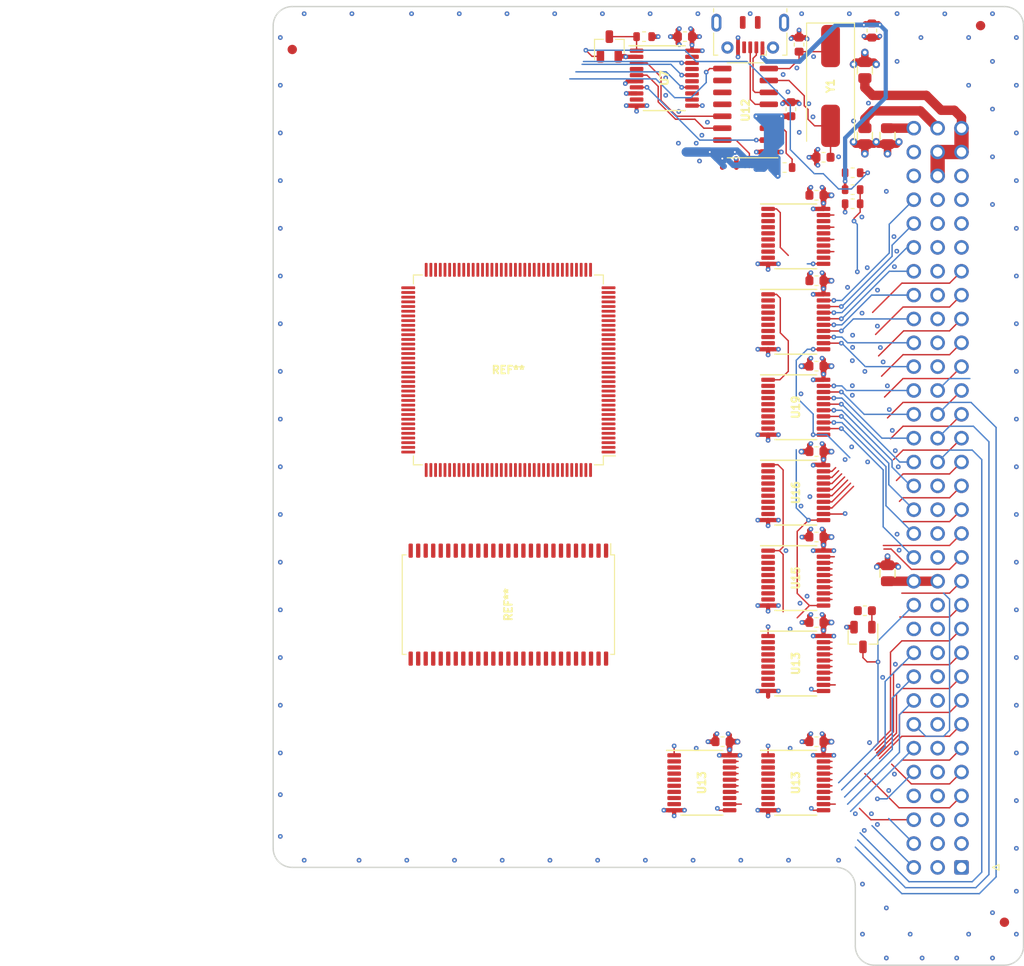
<source format=kicad_pcb>
(kicad_pcb (version 20211014) (generator pcbnew)
  (layers (0 "F.Cu" signal) (1 "In1.Cu" power) (2 "In2.Cu" power) (31 "B.Cu" signal) (34 "B.Paste" user) (35 "F.Paste" user) (36 "B.SilkS" user "B.Silkscreen") (37 "F.SilkS" user "F.Silkscreen") (38 "B.Mask" user) (39 "F.Mask" user) (44 "Edge.Cuts" user))
  (net 0 "")
  (net 1 "GND")
  (net 2 "+5V")
  (net 3 "+3V3")
  (net 4 "-5V")
  (net 5 "+12V")
  (net 6 "-12V")
  (net 7 "Net-(C46-Pad1)")
  (net 11 "/Buf/MacA1")
  (net 12 "/Buf/MacA2")
  (net 13 "/Buf/MacA3")
  (net 14 "/Buf/MacA4")
  (net 15 "/Buf/MacA5")
  (net 16 "/Buf/MacA6")
  (net 17 "/Buf/MacA7")
  (net 18 "/Buf/MacA8")
  (net 19 "/Buf/MacA9")
  (net 20 "/Buf/MacA10")
  (net 21 "/Buf/MacA11")
  (net 22 "/Buf/MacA12")
  (net 23 "/Buf/MacA13")
  (net 24 "/Buf/MacA14")
  (net 25 "/Control/~{RESET}")
  (net 26 "/Buf/MacA15")
  (net 27 "/Control/Mac~{AS}")
  (net 28 "/Control/Mac~{UDS}")
  (net 29 "/Control/Mac~{LDS}")
  (net 30 "/Buf/Mac~{R}W")
  (net 31 "/Control/Mac~{DTACK}")
  (net 32 "/Buf/MacA16")
  (net 33 "/Control/Mac~{VMA}")
  (net 34 "/Control/Mac~{VPA}")
  (net 35 "/Buf/MacA17")
  (net 36 "/Buf/MacA18")
  (net 37 "/Buf/MacA19")
  (net 38 "/Buf/MacA20")
  (net 39 "/Buf/MacA21")
  (net 40 "/Buf/MacA22")
  (net 41 "/Buf/MacA23")
  (net 42 "/Control/Mac~{BERR}")
  (net 43 "/Control/~{IPL}2")
  (net 44 "/MC68k/~{IPL}1")
  (net 45 "/MC68k/~{IPL}0")
  (net 46 "/Control/MacE")
  (net 49 "/Control/C16M")
  (net 50 "/Control/C8M")
  (net 59 "/Control/Mac~{BR}")
  (net 61 "/Buf/MacD0")
  (net 62 "/Buf/MacD1")
  (net 63 "/Buf/MacD2")
  (net 64 "/Buf/MacD3")
  (net 65 "/Buf/MacD4")
  (net 66 "/Buf/MacD5")
  (net 67 "/Buf/MacD6")
  (net 68 "/Buf/MacD7")
  (net 69 "/Buf/MacD8")
  (net 70 "/Buf/MacD9")
  (net 71 "/Buf/MacD10")
  (net 72 "/Buf/MacD11")
  (net 73 "/Buf/MacD12")
  (net 74 "/Buf/MacD13")
  (net 75 "/Buf/MacD14")
  (net 76 "/Buf/MacD15")
  (net 78 "/Control/TMS")
  (net 79 "/Control/TCK")
  (net 80 "/Prog/TDO")
  (net 81 "/Control/TDI")
  (net 82 "Net-(J3-Pad3)")
  (net 83 "/Prog/USB5V")
  (net 84 "Net-(J3-Pad2)")
  (net 86 "/Buf/Dout~{OE}")
  (net 87 "/Buf/Aout~{OE}")
  (net 88 "/Buf/ADoutLE0")
  (net 89 "Net-(Q1-Pad1)")
  (net 90 "/Control/Mac~{BG}")
  (net 91 "Net-(U16-Pad2)")
  (net 92 "Net-(U16-Pad3)")
  (net 93 "Net-(U16-Pad4)")
  (net 94 "Net-(U16-Pad5)")
  (net 95 "Net-(U16-Pad6)")
  (net 96 "Net-(U16-Pad7)")
  (net 97 "Net-(U16-Pad8)")
  (net 98 "Net-(U16-Pad9)")
  (net 99 "Net-(U13-Pad2)")
  (net 100 "Net-(U13-Pad3)")
  (net 101 "Net-(U13-Pad4)")
  (net 102 "Net-(U13-Pad5)")
  (net 103 "Net-(U13-Pad6)")
  (net 104 "Net-(U13-Pad7)")
  (net 105 "Net-(U13-Pad8)")
  (net 106 "Net-(U13-Pad9)")
  (net 113 "Net-(U15-Pad2)")
  (net 114 "Net-(U15-Pad3)")
  (net 115 "Net-(U15-Pad4)")
  (net 116 "Net-(U15-Pad5)")
  (net 117 "Net-(U15-Pad6)")
  (net 118 "Net-(U15-Pad7)")
  (net 119 "Net-(U15-Pad8)")
  (net 120 "Net-(U15-Pad9)")
  (net 121 "Net-(U19-Pad2)")
  (net 122 "Net-(U19-Pad3)")
  (net 123 "Net-(U19-Pad4)")
  (net 124 "Net-(U19-Pad5)")
  (net 125 "Net-(U19-Pad6)")
  (net 126 "Net-(U19-Pad7)")
  (net 127 "Net-(U19-Pad8)")
  (net 128 "Net-(U19-Pad9)")
  (net 129 "Net-(U21-Pad2)")
  (net 130 "Net-(U21-Pad3)")
  (net 131 "Net-(U21-Pad4)")
  (net 132 "Net-(U21-Pad5)")
  (net 133 "Net-(U21-Pad6)")
  (net 134 "Net-(U21-Pad7)")
  (net 135 "Net-(U21-Pad8)")
  (net 136 "Net-(U21-Pad9)")
  (net 137 "Net-(R5-Pad1)")
  (net 138 "Net-(C47-Pad1)")
  (net 141 "/Prog/UTCK")
  (net 142 "Net-(C48-Pad1)")
  (net 143 "/Prog/JTAG~{OE}")
  (net 144 "Net-(R9-Pad2)")
  (net 145 "/Prog/UTMS")
  (net 146 "/Prog/UTDI")
  (footprint "stdpads:C_0805" (layer "F.Cu") (at 195.453 44.616 90)
    (fp_text reference "C22")
    (fp_text value "10u")
  )
  (footprint "stdpads:C_0805" (layer "F.Cu") (at 195.453 51.65 -90)
    (fp_text reference "C20")
    (fp_text value "10u")
  )
  (footprint "stdpads:C_0805" (layer "F.Cu") (at 197.866 51.65 -90)
    (fp_text reference "C24")
    (fp_text value "10u")
  )
  (footprint "stdpads:DIN41612_R_3x32_Male_Vertical_THT" (layer "F.Cu") (at 205.74 129.54 180)
    (fp_text reference "J1" hide)
    (fp_text value "MacSEPDS")
  )
  (footprint "stdpads:C_0603" (layer "F.Cu") (at 190.3 85.25 180)
    (fp_text reference "C40")
    (fp_text value "2u2")
  )
  (footprint "stdpads:C_0603" (layer "F.Cu") (at 190.3 103.45 180)
    (fp_text reference "C44")
    (fp_text value "2u2")
  )
  (footprint "stdpads:C_0603" (layer "F.Cu") (at 190.3 67.05 180)
    (fp_text reference "C35")
    (fp_text value "2u2")
  )
  (footprint "stdpads:C_0603" (layer "F.Cu") (at 190.3 94.35 180)
    (fp_text reference "C42")
    (fp_text value "2u2")
  )
  (footprint "stdpads:C_0805" (layer "F.Cu") (at 197.866 98.21 90)
    (fp_text reference "C18")
    (fp_text value "10u")
  )
  (footprint "stdpads:TSSOP-20_4.4x6.5mm_P0.65mm" (layer "F.Cu") (at 188.1 71.425 -90)
    (fp_text reference "U21")
    (fp_text value "74AHCT573PW")
  )
  (footprint "stdpads:TSSOP-20_4.4x6.5mm_P0.65mm" (layer "F.Cu") (at 188.1 80.525 -90)
    (fp_text reference "U19")
    (fp_text value "74AHCT573PW")
  )
  (footprint "stdpads:TSSOP-20_4.4x6.5mm_P0.65mm" (layer "F.Cu") (at 188.1 89.625 -90)
    (fp_text reference "U16")
    (fp_text value "74AHCT573PW")
  )
  (footprint "stdpads:TSSOP-20_4.4x6.5mm_P0.65mm" (layer "F.Cu") (at 188.1 98.725 -90)
    (fp_text reference "U15")
    (fp_text value "74AHCT573PW")
  )
  (footprint "stdpads:TSSOP-20_4.4x6.5mm_P0.65mm" (layer "F.Cu") (at 188.1 107.825 -90)
    (fp_text reference "U13")
    (fp_text value "74AHCT573PW")
  )
  (footprint "stdpads:Fiducial" (layer "F.Cu") (at 134.493 42.418)
    (fp_text reference "FID1")
    (fp_text value "Fiducial" hide)
  )
  (footprint "stdpads:Fiducial" (layer "F.Cu") (at 207.772 39.878)
    (fp_text reference "FID2")
    (fp_text value "Fiducial" hide)
  )
  (footprint "stdpads:Fiducial" (layer "F.Cu") (at 210.312 135.382)
    (fp_text reference "FID3")
    (fp_text value "Fiducial" hide)
  )
  (footprint "stdpads:PasteHole_1.152mm_NPTH" (layer "F.Cu") (at 134.493 39.878)
    (fp_text reference "H1")
    (fp_text value " " hide)
  )
  (footprint "stdpads:PasteHole_1.152mm_NPTH" (layer "F.Cu") (at 210.312 39.878)
    (fp_text reference "H2")
    (fp_text value " " hide)
  )
  (footprint "stdpads:PasteHole_1.152mm_NPTH" (layer "F.Cu") (at 210.312 137.922)
    (fp_text reference "H3")
    (fp_text value " " hide)
  )
  (footprint "stdpads:PasteHole_1.152mm_NPTH" (layer "F.Cu") (at 196.469 137.922)
    (fp_text reference "H4")
    (fp_text value " " hide)
  )
  (footprint "stdpads:C_0603" (layer "F.Cu") (at 190.3 76.15 180)
    (fp_text reference "C37")
    (fp_text value "2u2")
  )
  (footprint "stdpads:USB_Micro-B_ShouHan_MicroXNJ" (layer "F.Cu") (at 183.25 40.4125 90)
    (fp_text reference "J3")
    (fp_text value "microUSB")
  )
  (footprint "stdpads:SOT-23" (layer "F.Cu") (at 195.25 105 90)
    (fp_text reference "Q2")
    (fp_text value "MMBT3904")
  )
  (footprint "stdpads:C_0603" (layer "F.Cu") (at 187.579 48.78 90)
    (fp_text reference "C23")
    (fp_text value "2u2")
  )
  (footprint "stdpads:C_0603" (layer "F.Cu") (at 191.05 53.9 180)
    (fp_text reference "C47")
    (fp_text value "22p")
  )
  (footprint "stdpads:R_0603" (layer "F.Cu") (at 171.95 41.05 180)
    (fp_text reference "R8")
    (fp_text value "10k")
  )
  (footprint "stdpads:R_0603" (layer "F.Cu") (at 186.906 54.991)
    (fp_text reference "R9")
    (fp_text value "10k")
  )
  (footprint "stdpads:R_0603" (layer "F.Cu") (at 194.15 58.85 180)
    (fp_text reference "R10")
    (fp_text value "10k")
  )
  (footprint "stdpads:TSSOP-20_4.4x6.5mm_P0.65mm" (layer "F.Cu") (at 174.1 45.475 -90)
    (fp_text reference "U7")
    (fp_text value "74AHCT573PW")
  )
  (footprint "stdpads:C_0603" (layer "F.Cu") (at 195.45 102.2 180)
    (fp_text reference "C48")
    (fp_text value "22p")
  )
  (footprint "stdpads:SOIC-16_3.9mm" (layer "F.Cu") (at 182.753 48.895 90)
    (fp_text reference "U12")
    (fp_text value "CH340G")
  )
  (footprint "stdpads:Crystal_HC49-SMD" (layer "F.Cu") (at 191.8 46.3 -90)
    (fp_text reference "Y1")
    (fp_text value "12M")
  )
  (footprint "stdpads:SOT-23" (layer "F.Cu") (at 168.25 42.1 -90)
    (fp_text reference "Q1")
    (fp_text value "MMBT3904")
  )
  (footprint "stdpads:R_0603" (layer "F.Cu") (at 194.15 57.35 180)
    (fp_text reference "R11")
    (fp_text value "10k")
  )
  (footprint "stdpads:C_0603" (layer "F.Cu") (at 188.45 41.9 90)
    (fp_text reference "C46")
    (fp_text value "22p")
  )
  (footprint "stdpads:C_0603" (layer "F.Cu") (at 176.3 41.05 180)
    (fp_text reference "C49")
    (fp_text value "2u2")
  )
  (footprint "stdpads:C_0603" (layer "F.Cu") (at 196.2 40.4 -90)
    (fp_text reference "C25")
    (fp_text value "2u2")
  )
  (footprint "stdpads:TSSOP-20_4.4x6.5mm_P0.65mm" (layer "F.Cu") (at 178.1 120.525 -90)
    (fp_text reference "U13")
    (fp_text value "74AHCT573PW")
  )
  (footprint "stdpads:C_0603" (layer "F.Cu") (at 190.3 116.15 180)
    (fp_text reference "C44")
    (fp_text value "2u2")
  )
  (footprint "stdpads:R_0603" (layer "F.Cu") (at 194.15 55.55 180)
    (fp_text reference "R7")
    (fp_text value "10k")
  )
  (footprint "stdpads:TQFP-144_20x20mm_P0.5mm" (layer "F.Cu") (at 157.5 76.55 180)
    (fp_text reference "REF**")
    (fp_text value "TQFP-144_20x20mm_P0.5mm")
  )
  (footprint "stdpads:C_0603" (layer "F.Cu") (at 180.3 116.15 180)
    (fp_text reference "C44")
    (fp_text value "2u2")
  )
  (footprint "stdpads:C_0603" (layer "F.Cu") (at 190.3 57.949999 180)
    (fp_text reference "C35")
    (fp_text value "2u2")
  )
  (footprint "stdpads:TSSOP-20_4.4x6.5mm_P0.65mm" (layer "F.Cu") (at 188.1 62.324999 -90)
    (fp_text reference "U21")
    (fp_text value "74AHCT573PW")
  )
  (footprint "stdpads:TSSOP-20_4.4x6.5mm_P0.65mm" (layer "F.Cu") (at 188.1 120.525 -90)
    (fp_text reference "U13")
    (fp_text value "74AHCT573PW")
  )
  (footprint "stdpads:TSOP-II-54_22.2x10.16mm_P0.8mm" (layer "F.Cu") (at 157.5 101.55 180)
    (fp_text reference "REF**")
    (fp_text value "TSOP-II-54_22.2x10.16mm_P0.8mm")
  )
  (gr_arc (start 134.493 129.54) (mid 133.056159 128.944841) (end 132.461 127.508) (layer "Edge.Cuts") (width 0.15))
  (gr_arc (start 192.405 129.54) (mid 193.841841 130.135159) (end 194.437 131.572) (layer "Edge.Cuts") (width 0.15))
  (gr_arc (start 196.469 139.954) (mid 195.032159 139.358841) (end 194.437 137.922) (layer "Edge.Cuts") (width 0.15))
  (gr_arc (start 212.344 137.922) (mid 211.748841 139.358841) (end 210.312 139.954) (layer "Edge.Cuts") (width 0.15))
  (gr_line (start 210.312 37.846) (end 134.493 37.846) (layer "Edge.Cuts") (width 0.15))
  (gr_line (start 132.461 127.508) (end 132.461 39.878) (layer "Edge.Cuts") (width 0.15))
  (gr_line (start 192.405 129.54) (end 134.493 129.54) (layer "Edge.Cuts") (width 0.15))
  (gr_line (start 194.437 137.922) (end 194.437 131.572) (layer "Edge.Cuts") (width 0.15))
  (gr_line (start 210.312 139.954) (end 196.469 139.954) (layer "Edge.Cuts") (width 0.15))
  (gr_line (start 212.344 39.878) (end 212.344 137.922) (layer "Edge.Cuts") (width 0.15))
  (gr_arc (start 132.461 39.878) (mid 133.056159 38.441159) (end 134.493 37.846) (layer "Edge.Cuts") (width 0.15))
  (gr_arc (start 210.312 37.846) (mid 211.748841 38.441159) (end 212.344 39.878) (layer "Edge.Cuts") (width 0.15))
  (segment (start 195.453 43.766) (end 196.42 43.766) (width 0.8) (layer "F.Cu") (net 1))
  (segment (start 196.42 43.766) (end 196.6595 44.0055) (width 0.8) (layer "F.Cu") (net 1))
  (segment (start 194.486 43.766) (end 194.2465 44.0055) (width 0.8) (layer "F.Cu") (net 1))
  (segment (start 195.453 43.766) (end 194.486 43.766) (width 0.8) (layer "F.Cu") (net 1))
  (segment (start 195.453 43.766) (end 195.453 42.7355) (width 0.8) (layer "F.Cu") (net 1))
  (segment (start 189.55 76.15) (end 189.55 75.45) (width 0.5) (layer "F.Cu") (net 1))
  (segment (start 189.55 75.45) (end 189.7 75.3) (width 0.5) (layer "F.Cu") (net 1))
  (segment (start 189.55 66.35) (end 189.7 66.2) (width 0.5) (layer "F.Cu") (net 1))
  (segment (start 189.55 67.05) (end 189.55 66.35) (width 0.5) (layer "F.Cu") (net 1))
  (segment (start 189.55 84.55) (end 189.7 84.4) (width 0.5) (layer "F.Cu") (net 1))
  (segment (start 189.55 85.25) (end 189.55 84.55) (width 0.5) (layer "F.Cu") (net 1))
  (segment (start 189.55 94.35) (end 189.55 93.65) (width 0.5) (layer "F.Cu") (net 1))
  (segment (start 189.55 93.65) (end 189.7 93.5) (width 0.5) (layer "F.Cu") (net 1))
  (segment (start 189.55 102.75) (end 189.7 102.6) (width 0.5) (layer "F.Cu") (net 1))
  (segment (start 189.55 103.45) (end 189.55 102.75) (width 0.5) (layer "F.Cu") (net 1))
  (segment (start 189.55 85.25) (end 188.7 85.25) (width 0.6) (layer "F.Cu") (net 1))
  (segment (start 197.866 97.36) (end 197.866 96.393) (width 0.6) (layer "F.Cu") (net 1))
  (segment (start 189.55 76.15) (end 188.7 76.15) (width 0.6) (layer "F.Cu") (net 1))
  (segment (start 196.899 97.36) (end 196.723 97.536) (width 0.6) (layer "F.Cu") (net 1))
  (segment (start 197.866 97.36) (end 196.899 97.36) (width 0.6) (layer "F.Cu") (net 1))
  (segment (start 197.866 97.36) (end 198.833 97.36) (width 0.6) (layer "F.Cu") (net 1))
  (segment (start 198.833 97.36) (end 199.009 97.536) (width 0.6) (layer "F.Cu") (net 1))
  (segment (start 185.15 74.35) (end 186.25 74.35) (width 0.45) (layer "F.Cu") (net 1))
  (segment (start 185.15 74.35) (end 185.15 74.95) (width 0.45) (layer "F.Cu") (net 1))
  (segment (start 185.15 74.35) (end 184.05 74.35) (width 0.45) (layer "F.Cu") (net 1))
  (segment (start 185.15 83.45) (end 184.05 83.45) (width 0.45) (layer "F.Cu") (net 1))
  (segment (start 185.15 83.45) (end 185.15 84.05) (width 0.45) (layer "F.Cu") (net 1))
  (segment (start 185.15 83.45) (end 186.25 83.45) (width 0.45) (layer "F.Cu") (net 1))
  (segment (start 185.15 92.55) (end 184.05 92.55) (width 0.45) (layer "F.Cu") (net 1))
  (segment (start 185.15 92.55) (end 186.25 92.55) (width 0.45) (layer "F.Cu") (net 1))
  (segment (start 185.15 92.55) (end 185.15 93.15) (width 0.45) (layer "F.Cu") (net 1))
  (segment (start 185.15 101.65) (end 186.25 101.65) (width 0.45) (layer "F.Cu") (net 1))
  (segment (start 185.15 101.65) (end 184.05 101.65) (width 0.45) (layer "F.Cu") (net 1))
  (segment (start 185.15 101.65) (end 185.15 102.25) (width 0.45) (layer "F.Cu") (net 1))
  (segment (start 185.15 110.75) (end 186.25 110.75) (width 0.45) (layer "F.Cu") (net 1))
  (segment (start 185.15 110.75) (end 184.05 110.75) (width 0.45) (layer "F.Cu") (net 1))
  (segment (start 185.15 110.75) (end 185.15 111.35) (width 0.45) (layer "F.Cu") (net 1))
  (segment (start 198.833 52.5) (end 199.0725 52.2605) (width 0.8) (layer "F.Cu") (net 1))
  (segment (start 197.866 52.5) (end 198.833 52.5) (width 0.8) (layer "F.Cu") (net 1))
  (segment (start 196.899 52.5) (end 196.6595 52.2605) (width 0.8) (layer "F.Cu") (net 1))
  (segment (start 197.866 52.5) (end 196.899 52.5) (width 0.8) (layer "F.Cu") (net 1))
  (segment (start 194.486 52.5) (end 194.2465 52.2605) (width 0.8) (layer "F.Cu") (net 1))
  (segment (start 195.453 52.5) (end 194.486 52.5) (width 0.8) (layer "F.Cu") (net 1))
  (segment (start 196.42 52.5) (end 196.6595 52.2605) (width 0.8) (layer "F.Cu") (net 1))
  (segment (start 195.453 52.5) (end 196.42 52.5) (width 0.8) (layer "F.Cu") (net 1))
  (segment (start 195.453 52.5) (end 195.453 53.5305) (width 0.8) (layer "F.Cu") (net 1))
  (segment (start 197.866 52.5) (end 197.866 53.5305) (width 0.8) (layer "F.Cu") (net 1))
  (segment (start 185.228 53.34) (end 186.563 53.34) (width 0.5) (layer "F.Cu") (net 1))
  (segment (start 181.7765 54.991) (end 181.7765 54.0385) (width 0.5) (layer "F.Cu") (net 1))
  (segment (start 185.228 53.34) (end 183.896 53.34) (width 0.5) (layer "F.Cu") (net 1))
  (segment (start 175.55 41.05) (end 175.55 41.75) (width 0.5) (layer "F.Cu") (net 1))
  (segment (start 175.55 41.75) (end 175.7 41.9) (width 0.5) (layer "F.Cu") (net 1))
  (segment (start 196.9 41.15) (end 197.05 41) (width 0.5) (layer "F.Cu") (net 1))
  (segment (start 196.2 41.15) (end 196.9 41.15) (width 0.5) (layer "F.Cu") (net 1))
  (segment (start 196.2 41.15) (end 195.5 41.15) (width 0.5) (layer "F.Cu") (net 1))
  (segment (start 195.5 41.15) (end 195.35 41) (width 0.5) (layer "F.Cu") (net 1))
  (segment (start 189.55 115.45) (end 189.7 115.3) (width 0.5) (layer "F.Cu") (net 1))
  (segment (start 185.15 65.249999) (end 186.25 65.249999) (width 0.45) (layer "F.Cu") (net 1))
  (segment (start 169.95 43.15) (end 170 43.2) (width 0.5) (layer "F.Cu") (net 1))
  (segment (start 185.15 65.249999) (end 185.15 65.849999) (width 0.45) (layer "F.Cu") (net 1))
  (segment (start 185.15 123.45) (end 186.25 123.45) (width 0.45) (layer "F.Cu") (net 1))
  (segment (start 171.15 48.4) (end 171.15 49) (width 0.4) (layer "F.Cu") (net 1))
  (segment (start 187.75 41.1125) (end 187.6 41.2625) (width 0.5) (layer "F.Cu") (net 1))
  (segment (start 188.3015 48.03) (end 188.468 48.1965) (width 0.5) (layer "F.Cu") (net 1))
  (segment (start 185.15 123.45) (end 185.15 124.05) (width 0.45) (layer "F.Cu") (net 1))
  (segment (start 188.45 41.15) (end 189.15 41.15) (width 0.5) (layer "F.Cu") (net 1))
  (segment (start 171.15 47.1) (end 170.05 47.1) (width 0.45) (layer "F.Cu") (net 1))
  (segment (start 170.2 45.8) (end 169.95 46.05) (width 0.45) (layer "F.Cu") (net 1))
  (segment (start 185.15 65.249999) (end 184.05 65.249999) (width 0.45) (layer "F.Cu") (net 1))
  (segment (start 187.579 48.03) (end 186.8565 48.03) (width 0.5) (layer "F.Cu") (net 1))
  (segment (start 186.8565 48.03) (end 186.69 48.1965) (width 0.5) (layer "F.Cu") (net 1))
  (segment (start 194.3 103.95) (end 193.5 103.95) (width 0.5) (layer "F.Cu") (net 1))
  (segment (start 190.3 54.6) (end 190.45 54.75) (width 0.5) (layer "F.Cu") (net 1))
  (segment (start 189.15 41.15) (end 189.3 41.3) (width 0.5) (layer "F.Cu") (net 1))
  (segment (start 188.45 41.15) (end 188.45 40.35) (width 0.5) (layer "F.Cu") (net 1))
  (segment (start 189.55 57.949999) (end 189.55 57.249999) (width 0.5) (layer "F.Cu") (net 1))
  (segment (start 175.55 41.05) (end 175.55 40.35) (width 0.5) (layer "F.Cu") (net 1))
  (segment (start 187.579 48.03) (end 188.3015 48.03) (width 0.5) (layer "F.Cu") (net 1))
  (segment (start 190.3 53.9) (end 190.3 53.2) (width 0.5) (layer "F.Cu") (net 1))
  (segment (start 171.15 43.2) (end 170 43.2) (width 0.45) (layer "F.Cu") (net 1))
  (segment (start 189.55 116.15) (end 188.75 116.15) (width 0.5) (layer "F.Cu") (net 1))
  (segment (start 188.45 41.15) (end 187.75 41.15) (width 0.5) (layer "F.Cu") (net 1))
  (segment (start 175.15 123.45) (end 175.15 124.05) (width 0.45) (layer "F.Cu") (net 1))
  (segment (start 181.95 42.1875) (end 181.95 41.1625) (width 0.4) (layer "F.Cu") (net 1))
  (segment (start 179.55 116.15) (end 178.75 116.15) (width 0.5) (layer "F.Cu") (net 1))
  (segment (start 175.55 41.05) (end 174.75 41.05) (width 0.5) (layer "F.Cu") (net 1))
  (segment (start 175.15 123.45) (end 174.05 123.45) (width 0.45) (layer "F.Cu") (net 1))
  (segment (start 189.55 116.15) (end 189.55 115.45) (width 0.5) (layer "F.Cu") (net 1))
  (segment (start 189.55 103.45) (end 188.75 103.45) (width 0.5) (layer "F.Cu") (net 1))
  (segment (start 171.15 48.4) (end 170.05 48.4) (width 0.45) (layer "F.Cu") (net 1))
  (segment (start 171.15 48.4) (end 172.25 48.4) (width 0.45) (layer "F.Cu") (net 1))
  (segment (start 179.55 116.15) (end 179.55 115.45) (width 0.5) (layer "F.Cu") (net 1))
  (segment (start 190.3 53.9) (end 190.3 54.6) (width 0.5) (layer "F.Cu") (net 1))
  (segment (start 179.55 115.45) (end 179.7 115.3) (width 0.5) (layer "F.Cu") (net 1))
  (segment (start 185.15 123.45) (end 184.05 123.45) (width 0.45) (layer "F.Cu") (net 1))
  (segment (start 175.15 123.45) (end 176.25 123.45) (width 0.45) (layer "F.Cu") (net 1))
  (segment (start 169.2 43.15) (end 169.95 43.15) (width 0.5) (layer "F.Cu") (net 1))
  (segment (start 190.3 53.2) (end 190.45 53.05) (width 0.5) (layer "F.Cu") (net 1))
  (segment (start 175.55 40.35) (end 175.7 40.2) (width 0.5) (layer "F.Cu") (net 1))
  (segment (start 193.35 58.85) (end 193.35 59.75) (width 0.3) (layer "F.Cu") (net 1))
  (segment (start 171.15 45.8) (end 170.2 45.8) (width 0.45) (layer "F.Cu") (net 1))
  (segment (start 189.55 94.35) (end 188.75 94.35) (width 0.5) (layer "F.Cu") (net 1))
  (segment (start 181.95 42.1875) (end 181.95 43.2125) (width 0.4) (layer "F.Cu") (net 1))
  (segment (start 190.3 53.9) (end 189.5 53.9) (width 0.5) (layer "F.Cu") (net 1))
  (segment (start 189.55 57.249999) (end 189.7 57.099999) (width 0.5) (layer "F.Cu") (net 1))
  (via (at 194.2465 44.0055) (size 0.8) (drill 0.4) (layers "F.Cu" "B.Cu") (net 1))
  (via (at 195.453 42.7355) (size 0.8) (drill 0.4) (layers "F.Cu" "B.Cu") (net 1))
  (via (at 196.6595 44.0055) (size 0.8) (drill 0.4) (layers "F.Cu" "B.Cu") (net 1))
  (via (at 196.8 68.05) (size 0.5) (drill 0.2) (layers "F.Cu" "B.Cu") (net 1))
  (via (at 198.374 82.9945) (size 0.5) (drill 0.2) (layers "F.Cu" "B.Cu") (net 1))
  (via (at 199.009 86.868) (size 0.5) (drill 0.2) (layers "F.Cu" "B.Cu") (net 1))
  (via (at 198.6 65.55) (size 0.5) (drill 0.2) (layers "F.Cu" "B.Cu") (net 1))
  (via (at 198.0565 80.772) (size 0.5) (drill 0.2) (layers "F.Cu" "B.Cu") (net 1))
  (via (at 197.104 74.168) (size 0.5) (drill 0.2) (layers "F.Cu" "B.Cu") (net 1))
  (via (at 197.4 75.7) (size 0.5) (drill 0.2) (layers "F.Cu" "B.Cu") (net 1))
  (via (at 198.55 62.35) (size 0.5) (drill 0.2) (layers "F.Cu" "B.Cu") (net 1))
  (via (at 198.85 63.9) (size 0.5) (drill 0.2) (layers "F.Cu" "B.Cu") (net 1))
  (via (at 198.6915 85.1535) (size 0.5) (drill 0.2) (layers "F.Cu" "B.Cu") (net 1))
  (via (at 197.85 78.25) (size 0.5) (drill 0.2) (layers "F.Cu" "B.Cu") (net 1))
  (via (at 196.7865 71.882) (size 0.5) (drill 0.2) (layers "F.Cu" "B.Cu") (net 1))
  (via (at 194.15 74.15) (size 0.5) (drill 0.2) (layers "F.Cu" "B.Cu") (net 1))
  (via (at 195.15 70.5) (size 0.5) (drill 0.2) (layers "F.Cu" "B.Cu") (net 1))
  (via (at 189.7 75.3) (size 0.5) (drill 0.2) (layers "F.Cu" "B.Cu") (net 1))
  (via (at 189.7 66.2) (size 0.5) (drill 0.2) (layers "F.Cu" "B.Cu") (net 1))
  (via (at 189.7 84.4) (size 0.5) (drill 0.2) (layers "F.Cu" "B.Cu") (net 1))
  (via (at 189.7 93.5) (size 0.5) (drill 0.2) (layers "F.Cu" "B.Cu") (net 1))
  (via (at 189.7 102.6) (size 0.5) (drill 0.2) (layers "F.Cu" "B.Cu") (net 1))
  (via (at 197.866 96.393) (size 0.6) (drill 0.3) (layers "F.Cu" "B.Cu") (net 1))
  (via (at 188.7 85.25) (size 0.6) (drill 0.3) (layers "F.Cu" "B.Cu") (net 1))
  (via (at 188.7 76.15) (size 0.6) (drill 0.3) (layers "F.Cu" "B.Cu") (net 1))
  (via (at 196.723 97.536) (size 0.6) (drill 0.3) (layers "F.Cu" "B.Cu") (net 1))
  (via (at 199.009 97.536) (size 0.6) (drill 0.3) (layers "F.Cu" "B.Cu") (net 1))
  (via (at 185.15 74.95) (size 0.5) (drill 0.2) (layers "F.Cu" "B.Cu") (net 1))
  (via (at 186.25 74.35) (size 0.5) (drill 0.2) (layers "F.Cu" "B.Cu") (net 1))
  (via (at 184.05 83.45) (size 0.5) (drill 0.2) (layers "F.Cu" "B.Cu") (net 1))
  (via (at 184.05 74.35) (size 0.5) (drill 0.2) (layers "F.Cu" "B.Cu") (net 1))
  (via (at 186.25 83.45) (size 0.5) (drill 0.2) (layers "F.Cu" "B.Cu") (net 1))
  (via (at 185.15 84.05) (size 0.5) (drill 0.2) (layers "F.Cu" "B.Cu") (net 1))
  (via (at 184.05 92.55) (size 0.5) (drill 0.2) (layers "F.Cu" "B.Cu") (net 1))
  (via (at 186.25 92.55) (size 0.5) (drill 0.2) (layers "F.Cu" "B.Cu") (net 1))
  (via (at 185.15 93.15) (size 0.5) (drill 0.2) (layers "F.Cu" "B.Cu") (net 1))
  (via (at 186.25 101.65) (size 0.5) (drill 0.2) (layers "F.Cu" "B.Cu") (net 1))
  (via (at 185.15 102.25) (size 0.5) (drill 0.2) (layers "F.Cu" "B.Cu") (net 1))
  (via (at 184.05 101.65) (size 0.5) (drill 0.2) (layers "F.Cu" "B.Cu") (net 1))
  (via (at 186.25 110.75) (size 0.5) (drill 0.2) (layers "F.Cu" "B.Cu") (net 1))
  (via (at 184.05 110.75) (size 0.5) (drill 0.2) (layers "F.Cu" "B.Cu") (net 1))
  (via (at 199.0725 52.2605) (size 0.8) (drill 0.4) (layers "F.Cu" "B.Cu") (net 1))
  (via (at 196.6595 52.2605) (size 0.8) (drill 0.4) (layers "F.Cu" "B.Cu") (net 1))
  (via (at 194.2465 52.2605) (size 0.8) (drill 0.4) (layers "F.Cu" "B.Cu") (net 1))
  (via (at 195.453 53.5305) (size 0.8) (drill 0.4) (layers "F.Cu" "B.Cu") (net 1))
  (via (at 197.866 53.5305) (size 0.8) (drill 0.4) (layers "F.Cu" "B.Cu") (net 1))
  (via (at 198.882 94.0435) (size 0.5) (drill 0.2) (layers "F.Cu" "B.Cu") (net 1))
  (via (at 195.95 116.25) (size 0.5) (drill 0.2) (layers "F.Cu" "B.Cu") (net 1))
  (via (at 197.35 109.3) (size 0.5) (drill 0.2) (layers "F.Cu" "B.Cu") (net 1))
  (via (at 199 110.2) (size 0.5) (drill 0.2) (layers "F.Cu" "B.Cu") (net 1))
  (via (at 198.7 107.9) (size 0.5) (drill 0.2) (layers "F.Cu" "B.Cu") (net 1))
  (via (at 199.1 95.75) (size 0.5) (drill 0.2) (layers "F.Cu" "B.Cu") (net 1))
  (via (at 194.437 123.825) (size 0.5) (drill 0.2) (layers "F.Cu" "B.Cu") (net 1))
  (via (at 198.6 119.6) (size 0.5) (drill 0.2) (layers "F.Cu" "B.Cu") (net 1))
  (via (at 193.5 103.95) (size 0.5) (drill 0.2) (layers "F.Cu" "B.Cu") (net 1))
  (via (at 181.737 54.0385) (size 0.5) (drill 0.2) (layers "F.Cu" "B.Cu") (net 1))
  (via (at 186.563 53.34) (size 0.5) (drill 0.2) (layers "F.Cu" "B.Cu") (net 1))
  (via (at 183.896 53.34) (size 0.5) (drill 0.2) (layers "F.Cu" "B.Cu") (net 1))
  (via (at 175.7 41.9) (size 0.5) (drill 0.2) (layers "F.Cu" "B.Cu") (net 1))
  (via (at 197.05 41) (size 0.5) (drill 0.2) (layers "F.Cu" "B.Cu") (net 1))
  (via (at 195.35 41) (size 0.5) (drill 0.2) (layers "F.Cu" "B.Cu") (net 1))
  (via (at 188.468 51.2445) (size 0.5) (drill 0.2) (layers "F.Cu" "B.Cu") (net 1))
  (via (at 211.582 41.148) (size 0.5) (drill 0.2) (layers "F.Cu" "B.Cu") (net 1))
  (via (at 211.582 66.548) (size 0.5) (drill 0.2) (layers "F.Cu" "B.Cu") (net 1))
  (via (at 193.35 59.75) (size 0.5) (drill 0.2) (layers "F.Cu" "B.Cu") (net 1))
  (via (at 174.25 47.3) (size 0.5) (drill 0.2) (layers "F.Cu" "B.Cu") (net 1))
  (via (at 172.085 128.778) (size 0.5) (drill 0.2) (layers "F.Cu" "B.Cu") (net 1))
  (via (at 151.765 128.778) (size 0.5) (drill 0.2) (layers "F.Cu" "B.Cu") (net 1))
  (via (at 189.7 57.099999) (size 0.5) (drill 0.2) (layers "F.Cu" "B.Cu") (net 1))
  (via (at 195.834 48.133) (size 0.5) (drill 0.2) (layers "F.Cu" "B.Cu") (net 1))
  (via (at 203.962 38.6189) (size 0.5) (drill 0.2) (layers "F.Cu" "B.Cu") (net 1))
  (via (at 186.7535 45.085) (size 0.5) (drill 0.2) (layers "F.Cu" "B.Cu") (net 1))
  (via (at 174.05 123.45) (size 0.5) (drill 0.2) (layers "F.Cu" "B.Cu") (net 1))
  (via (at 194.1195 78.232) (size 0.5) (drill 0.2) (layers "F.Cu" "B.Cu") (net 1))
  (via (at 209.042 48.768) (size 0.5) (drill 0.2) (layers "F.Cu" "B.Cu") (net 1))
  (via (at 189.9285 49.5935) (size 0.5) (drill 0.2) (layers "F.Cu" "B.Cu") (net 1))
  (via (at 133.223 56.388) (size 0.5) (drill 0.2) (layers "F.Cu" "B.Cu") (net 1))
  (via (at 187.2615 46.9265) (size 0.5) (drill 0.2) (layers "F.Cu" "B.Cu") (net 1))
  (via (at 195.75 86.35) (size 0.5) (drill 0.2) (layers "F.Cu" "B.Cu") (net 1))
  (via (at 133.223 117.348) (size 0.5) (drill 0.2) (layers "F.Cu" "B.Cu") (net 1))
  (via (at 195.1355 60.2615) (size 0.5) (drill 0.2) (layers "F.Cu" "B.Cu") (net 1))
  (via (at 174.75 41.05) (size 0.5) (drill 0.2) (layers "F.Cu" "B.Cu") (net 1))
  (via (at 189.5 53.9) (size 0.5) (drill 0.2) (layers "F.Cu" "B.Cu") (net 1))
  (via (at 162.433 38.608) (size 0.5) (drill 0.2) (layers "F.Cu" "B.Cu") (net 1))
  (via (at 133.223 126.238) (size 0.5) (drill 0.2) (layers "F.Cu" "B.Cu") (net 1))
  (via (at 133.223 121.793) (size 0.5) (drill 0.2) (layers "F.Cu" "B.Cu") (net 1))
  (via (at 172.25 48.4) (size 0.5) (drill 0.2) (layers "F.Cu" "B.Cu") (net 1))
  (via (at 177.5 52.4) (size 0.5) (drill 0.2) (layers "F.Cu" "B.Cu") (net 1))
  (via (at 188.214 44.3865) (size 0.5) (drill 0.2) (layers "F.Cu" "B.Cu") (net 1))
  (via (at 197.993 121.3485) (size 0.5) (drill 0.2) (layers "F.Cu" "B.Cu") (net 1))
  (via (at 133.223 76.708) (size 0.5) (drill 0.2) (layers "F.Cu" "B.Cu") (net 1))
  (via (at 211.582 102.108) (size 0.5) (drill 0.2) (layers "F.Cu" "B.Cu") (net 1))
  (via (at 187.6 41.2625) (size 0.5) (drill 0.2) (layers "F.Cu" "B.Cu") (net 1))
  (via (at 181.95 43.2125) (size 0.5) (drill 0.2) (layers "F.Cu" "B.Cu") (net 1))
  (via (at 209.042 58.928) (size 0.5) (drill 0.2) (layers "F.Cu" "B.Cu") (net 1))
  (via (at 194.15 72.85) (size 0.5) (drill 0.2) (layers "F.Cu" "B.Cu") (net 1))
  (via (at 167.005 128.778) (size 0.5) (drill 0.2) (layers "F.Cu" "B.Cu") (net 1))
  (via (at 206.502 41.148) (size 0.5) (drill 0.2) (layers "F.Cu" "B.Cu") (net 1))
  (via (at 133.223 66.548) (size 0.5) (drill 0.2) (layers "F.Cu" "B.Cu") (net 1))
  (via (at 192.659 128.778) (size 0.5) (drill 0.2) (layers "F.Cu" "B.Cu") (net 1))
  (via (at 194.05 84.75) (size 0.5) (drill 0.2) (layers "F.Cu" "B.Cu") (net 1))
  (via (at 133.223 86.868) (size 0.5) (drill 0.2) (layers "F.Cu" "B.Cu") (net 1))
  (via (at 189.3 41.3) (size 0.5) (drill 0.2) (layers "F.Cu" "B.Cu") (net 1))
  (via (at 156.845 128.778) (size 0.5) (drill 0.2) (layers "F.Cu" "B.Cu") (net 1))
  (via (at 182.245 128.778) (size 0.5) (drill 0.2) (layers "F.Cu" "B.Cu") (net 1))
  (via (at 198.882 38.5971) (size 0.5) (drill 0.2) (layers "F.Cu" "B.Cu") (net 1))
  (via (at 186.25 65.249999) (size 0.5) (drill 0.2) (layers "F.Cu" "B.Cu") (net 1))
  (via (at 211.582 76.708) (size 0.5) (drill 0.2) (layers "F.Cu" "B.Cu") (net 1))
  (via (at 195.199 131.318) (size 0.5) (drill 0.2) (layers "F.Cu" "B.Cu") (net 1))
  (via (at 188.722 38.608) (size 0.5) (drill 0.2) (layers "F.Cu" "B.Cu") (net 1))
  (via (at 133.223 102.108) (size 0.5) (drill 0.2) (layers "F.Cu" "B.Cu") (net 1))
  (via (at 194.2465 50.038) (size 0.5) (drill 0.2) (layers "F.Cu" "B.Cu") (net 1))
  (via (at 211.582 51.308) (size 0.5) (drill 0.2) (layers "F.Cu" "B.Cu") (net 1))
  (via (at 174.25 45.45) (size 0.5) (drill 0.2) (layers "F.Cu" "B.Cu") (net 1))
  (via (at 211.582 127.508) (size 0.5) (drill 0.2) (layers "F.Cu" "B.Cu") (net 1))
  (via (at 188.75 116.15) (size 0.5) (drill 0.2) (layers "F.Cu" "B.Cu") (net 1))
  (via (at 211.582 71.628) (size 0.5) (drill 0.2) (layers "F.Cu" "B.Cu") (net 1))
  (via (at 133.223 46.228) (size 0.5) (drill 0.2) (layers "F.Cu" "B.Cu") (net 1))
  (via (at 206.502 136.652) (size 0.5) (drill 0.2) (layers "F.Cu" "B.Cu") (net 1))
  (via (at 211.582 91.948) (size 0.5) (drill 0.2) (layers "F.Cu" "B.Cu") (net 1))
  (via (at 211.582 97.028) (size 0.5) (drill 0.2) (layers "F.Cu" "B.Cu") (net 1))
  (via (at 197.739 57.531) (size 0.5) (drill 0.2) (layers "F.Cu" "B.Cu") (net 1))
  (via (at 188.468 48.1965) (size 0.5) (drill 0.2) (layers "F.Cu" "B.Cu") (net 1))
  (via (at 209.042 43.688) (size 0.5) (drill 0.2) (layers "F.Cu" "B.Cu") (net 1))
  (via (at 175.15 124.05) (size 0.5) (drill 0.2) (layers "F.Cu" "B.Cu") (net 1))
  (via (at 186.69 48.1965) (size 0.5) (drill 0.2) (layers "F.Cu" "B.Cu") (net 1))
  (via (at 140.843 38.608) (size 0.5) (drill 0.2) (layers "F.Cu" "B.Cu") (net 1))
  (via (at 196.1515 123.825) (size 0.5) (drill 0.2) (layers "F.Cu" "B.Cu") (net 1))
  (via (at 195.707 65.659) (size 0.5) (drill 0.2) (layers "F.Cu" "B.Cu") (net 1))
  (via (at 211.582 122.428) (size 0.5) (drill 0.2) (layers "F.Cu" "B.Cu") (net 1))
  (via (at 157.353 38.608) (size 0.5) (drill 0.2) (layers "F.Cu" "B.Cu") (net 1))
  (via (at 167.513 38.608) (size 0.5) (drill 0.2) (layers "F.Cu" "B.Cu") (net 1))
  (via (at 211.582 136.652) (size 0.5) (drill 0.2) (layers "F.Cu" "B.Cu") (net 1))
  (via (at 195.3895 125.603) (size 0.5) (drill 0.2) (layers "F.Cu" "B.Cu") (net 1))
  (via (at 169.95 46.05) (size 0.5) (drill 0.2) (layers "F.Cu" "B.Cu") (net 1))
  (via (at 178.689 50.165) (size 0.5) (drill 0.2) (layers "F.Cu" "B.Cu") (net 1))
  (via (at 177.165 128.778) (size 0.5) (drill 0.2) (layers "F.Cu" "B.Cu") (net 1))
  (via (at 187.5 104.15) (size 0.5) (drill 0.2) (layers "F.Cu" "B.Cu") (net 1))
  (via (at 178.1 51.55) (size 0.5) (drill 0.2) (layers "F.Cu" "B.Cu") (net 1))
  (via (at 172.593 38.608) (size 0.5) (drill 0.2) (layers "F.Cu" "B.Cu") (net 1))
  (via (at 170 43.2) (size 0.5) (drill 0.2) (layers "F.Cu" "B.Cu") (net 1))
  (via (at 175.641 49.022) (size 0.5) (drill 0.2) (layers "F.Cu" "B.Cu") (net 1))
  (via (at 177.5 116.85) (size 0.5) (drill 0.2) (layers "F.Cu" "B.Cu") (net 1))
  (via (at 177.673 38.608) (size 0.5) (drill 0.2) (layers "F.Cu" "B.Cu") (net 1))
  (via (at 209.042 53.848) (size 0.5) (drill 0.2) (layers "F.Cu" "B.Cu") (net 1))
  (via (at 133.223 91.948) (size 0.5) (drill 0.2) (layers "F.Cu" "B.Cu") (net 1))
  (via (at 189.484 48.1965) (size 0.5) (drill 0.2) (layers "F.Cu" "B.Cu") (net 1))
  (via (at 194.1195 79.248) (size 0.5) (drill 0.2) (layers "F.Cu" "B.Cu") (net 1))
  (via (at 188.45 40.35) (size 0.5) (drill 0.2) (layers "F.Cu" "B.Cu") (net 1))
  (via (at 211.582 117.348) (size 0.5) (drill 0.2) (layers "F.Cu" "B.Cu") (net 1))
  (via (at 184.05 65.249999) (size 0.5) (drill 0.2) (layers "F.Cu" "B.Cu") (net 1))
  (via (at 185.15 65.849999) (size 0.5) (drill 0.2) (layers "F.Cu" "B.Cu") (net 1))
  (via (at 175.6 52.4) (size 0.5) (drill 0.2) (layers "F.Cu" "B.Cu") (net 1))
  (via (at 193.802 38.608) (size 0.5) (drill 0.2) (layers "F.Cu" "B.Cu") (net 1))
  (via (at 211.582 132.08) (size 0.5) (drill 0.2) (layers "F.Cu" "B.Cu") (net 1))
  (via (at 189.992 43.18) (size 0.5) (drill 0.2) (layers "F.Cu" "B.Cu") (net 1))
  (via (at 211.582 86.868) (size 0.5) (drill 0.2) (layers "F.Cu" "B.Cu") (net 1))
  (via (at 209.042 38.608) (size 0.5) (drill 0.2) (layers "F.Cu" "B.Cu") (net 1))
  (via (at 197.739 139.192) (size 0.5) (drill 0.2) (layers "F.Cu" "B.Cu") (net 1))
  (via (at 188.75 103.45) (size 0.5) (drill 0.2) (layers "F.Cu" "B.Cu") (net 1))
  (via (at 135.763 128.778) (size 0.5) (drill 0.2) (layers "F.Cu" "B.Cu") (net 1))
  (via (at 181.95 41.1625) (size 0.5) (drill 0.2) (layers "F.Cu" "B.Cu") (net 1))
  (via (at 195.453 76.708) (size 0.5) (drill 0.2) (layers "F.Cu" "B.Cu") (net 1))
  (via (at 190.45 53.05) (size 0.5) (drill 0.2) (layers "F.Cu" "B.Cu") (net 1))
  (via (at 176.25 123.45) (size 0.5) (drill 0.2) (layers "F.Cu" "B.Cu") (net 1))
  (via (at 211.582 46.228) (size 0.5) (drill 0.2) (layers "F.Cu" "B.Cu") (net 1))
  (via (at 188.55 101.4) (size 0.5) (drill 0.2) (layers "F.Cu" "B.Cu") (net 1))
  (via (at 189.6 90.05) (size 0.5) (drill 0.2) (layers "F.Cu" "B.Cu") (net 1))
  (via (at 141.605 128.778) (size 0.5) (drill 0.2) (layers "F.Cu" "B.Cu") (net 1))
  (via (at 192.659 53.848) (size 0.5) (drill 0.2) (layers "F.Cu" "B.Cu") (net 1))
  (via (at 178.75 116.15) (size 0.5) (drill 0.2) (layers "F.Cu" "B.Cu") (net 1))
  (via (at 175.7 40.2) (size 0.5) (drill 0.2) (layers "F.Cu" "B.Cu") (net 1))
  (via (at 193.6115 67.7545) (size 0.5) (drill 0.2) (layers "F.Cu" "B.Cu") (net 1))
  (via (at 170.05 48.4) (size 0.5) (drill 0.2) (layers "F.Cu" "B.Cu") (net 1))
  (via (at 133.223 107.188) (size 0.5) (drill 0.2) (layers "F.Cu" "B.Cu") (net 1))
  (via (at 187.325 128.778) (size 0.5) (drill 0.2) (layers "F.Cu" "B.Cu") (net 1))
  (via (at 179.7 115.3) (size 0.5) (drill 0.2) (layers "F.Cu" "B.Cu") (net 1))
  (via (at 201.549 139.192) (size 0.5) (drill 0.2) (layers "F.Cu" "B.Cu") (net 1))
  (via (at 133.223 112.268) (size 0.5) (drill 0.2) (layers "F.Cu" "B.Cu") (net 1))
  (via (at 187.5 116.85) (size 0.5) (drill 0.2) (layers "F.Cu" "B.Cu") (net 1))
  (via (at 200.279 136.652) (size 0.5) (drill 0.2) (layers "F.Cu" "B.Cu") (net 1))
  (via (at 133.223 51.308) (size 0.5) (drill 0.2) (layers "F.Cu" "B.Cu") (net 1))
  (via (at 170.05 47.1) (size 0.5) (drill 0.2) (layers "F.Cu" "B.Cu") (net 1))
  (via (at 185.15 124.05) (size 0.5) (drill 0.2) (layers "F.Cu" "B.Cu") (net 1))
  (via (at 171.15 49) (size 0.5) (drill 0.2) (layers "F.Cu" "B.Cu") (net 1))
  (via (at 209.042 134.366) (size 0.5) (drill 0.2) (layers "F.Cu" "B.Cu") (net 1))
  (via (at 205.232 139.192) (size 0.5) (drill 0.2) (layers "F.Cu" "B.Cu") (net 1))
  (via (at 147.193 38.608) (size 0.5) (drill 0.2) (layers "F.Cu" "B.Cu") (net 1))
  (via (at 206.502 46.228) (size 0.5) (drill 0.2) (layers "F.Cu" "B.Cu") (net 1))
  (via (at 183.245483 38.6) (size 0.5) (drill 0.2) (layers "F.Cu" "B.Cu") (net 1))
  (via (at 201.422 41.148) (size 0.5) (drill 0.2) (layers "F.Cu" "B.Cu") (net 1))
  (via (at 188.75 94.35) (size 0.5) (drill 0.2) (layers "F.Cu" "B.Cu") (net 1))
  (via (at 211.582 81.788) (size 0.5) (drill 0.2) (layers "F.Cu" "B.Cu") (net 1))
  (via (at 198.882 43.688) (size 0.5) (drill 0.2) (layers "F.Cu" "B.Cu") (net 1))
  (via (at 133.223 71.628) (size 0.5) (drill 0.2) (layers "F.Cu" "B.Cu") (net 1))
  (via (at 133.223 61.468) (size 0.5) (drill 0.2) (layers "F.Cu" "B.Cu") (net 1))
  (via (at 190.45 54.75) (size 0.5) (drill 0.2) (layers "F.Cu" "B.Cu") (net 1))
  (via (at 135.763 38.608) (size 0.5) (drill 0.2) (layers "F.Cu" "B.Cu") (net 1))
  (via (at 195.199 136.652) (size 0.5) (drill 0.2) (layers "F.Cu" "B.Cu") (net 1))
  (via (at 152.273 38.608) (size 0.5) (drill 0.2) (layers "F.Cu" "B.Cu") (net 1))
  (via (at 196.7865 124.968) (size 0.5) (drill 0.2) (layers "F.Cu" "B.Cu") (net 1))
  (via (at 188.65 79.1) (size 0.5) (drill 0.2) (layers "F.Cu" "B.Cu") (net 1))
  (via (at 211.582 107.188) (size 0.5) (drill 0.2) (layers "F.Cu" "B.Cu") (net 1))
  (via (at 211.582 112.268) (size 0.5) (drill 0.2) (layers "F.Cu" "B.Cu") (net 1))
  (via (at 161.925 128.778) (size 0.5) (drill 0.2) (layers "F.Cu" "B.Cu") (net 1))
  (via (at 187.05 95.8) (size 0.5) (drill 0.2) (layers "F.Cu" "B.Cu") (net 1))
  (via (at 194.1195 75.565) (size 0.5) (drill 0.2) (layers "F.Cu" "B.Cu") (net 1))
  (via (at 184.05 123.45) (size 0.5) (drill 0.2) (layers "F.Cu" "B.Cu") (net 1))
  (via (at 186.25 123.45) (size 0.5) (drill 0.2) (layers "F.Cu" "B.Cu") (net 1))
  (via (at 211.582 61.468) (size 0.5) (drill 0.2) (layers "F.Cu" "B.Cu") (net 1))
  (via (at 177.85 54.3) (size 0.5) (drill 0.2) (layers "F.Cu" "B.Cu") (net 1))
  (via (at 211.582 56.388) (size 0.5) (drill 0.2) (layers "F.Cu" "B.Cu") (net 1))
  (via (at 146.685 128.778) (size 0.5) (drill 0.2) (layers "F.Cu" "B.Cu") (net 1))
  (via (at 133.223 41.148) (size 0.5) (drill 0.2) (layers "F.Cu" "B.Cu") (net 1))
  (via (at 188.65 91.05) (size 0.5) (drill 0.2) (layers "F.Cu" "B.Cu") (net 1))
  (via (at 189.3 100.65) (size 0.5) (drill 0.2) (layers "F.Cu" "B.Cu") (net 1))
  (via (at 197.739 133.858) (size 0.5) (drill 0.2) (layers "F.Cu" "B.Cu") (net 1))
  (via (at 133.223 81.788) (size 0.5) (drill 0.2) (layers "F.Cu" "B.Cu") (net 1))
  (via (at 133.223 97.028) (size 0.5) (drill 0.2) (layers "F.Cu" "B.Cu") (net 1))
  (via (at 209.042 139.192) (size 0.5) (drill 0.2) (layers "F.Cu" "B.Cu") (net 1))
  (via (at 189.7 115.3) (size 0.5) (drill 0.2) (layers "F.Cu" "B.Cu") (net 1))
  (via (at 193.35 86.1) (size 0.5) (drill 0.2) (layers "F.Cu" "B.Cu") (net 1))
  (segment (start 191.05 67.05) (end 191.05 66.35) (width 0.5) (layer "F.Cu") (net 2))
  (segment (start 191.05 66.35) (end 190.9 66.2) (width 0.5) (layer "F.Cu") (net 2))
  (segment (start 191.05 75.45) (end 190.9 75.3) (width 0.5) (layer "F.Cu") (net 2))
  (segment (start 191.05 76.15) (end 191.05 75.45) (width 0.5) (layer "F.Cu") (net 2))
  (segment (start 191.05 68.5) (end 189.95 68.5) (width 0.45) (layer "F.Cu") (net 2))
  (segment (start 191.05 84.55) (end 190.9 84.4) (width 0.5) (layer "F.Cu") (net 2))
  (segment (start 191.05 85.25) (end 191.05 84.55) (width 0.5) (layer "F.Cu") (net 2))
  (segment (start 191.05 94.35) (end 191.05 95.2) (width 0.6) (layer "F.Cu") (net 2))
  (segment (start 191.05 104.9) (end 192.15 104.9) (width 0.45) (layer "F.Cu") (net 2))
  (segment (start 191.05 95.8) (end 189.95 95.8) (width 0.45) (layer "F.Cu") (net 2))
  (segment (start 191.05 95.8) (end 192.15 95.8) (width 0.45) (layer "F.Cu") (net 2))
  (segment (start 191.05 68.5) (end 191.05 67.9) (width 0.45) (layer "F.Cu") (net 2))
  (segment (start 191.05 77.6) (end 189.95 77.6) (width 0.45) (layer "F.Cu") (net 2))
  (segment (start 191.05 77.6) (end 191.05 77) (width 0.45) (layer "F.Cu") (net 2))
  (segment (start 191.05 86.7) (end 191.05 86.1) (width 0.45) (layer "F.Cu") (net 2))
  (segment (start 191.05 86.65) (end 189.95 86.65) (width 0.45) (layer "F.Cu") (net 2))
  (segment (start 191.05 104.9) (end 189.95 104.9) (width 0.45) (layer "F.Cu") (net 2))
  (segment (start 191.05 104.9) (end 191.05 104.3) (width 0.45) (layer "F.Cu") (net 2))
  (segment (start 191.05 95.8) (end 191.05 95.2) (width 0.45) (layer "F.Cu") (net 2))
  (segment (start 191.05 103.45) (end 191.05 104.3) (width 0.6) (layer "F.Cu") (net 2))
  (segment (start 191.05 86.1) (end 191.05 85.25) (width 0.6) (layer "F.Cu") (net 2))
  (segment (start 191.05 76.15) (end 191.05 77) (width 0.6) (layer "F.Cu") (net 2))
  (segment (start 191.05 67.05) (end 191.05 67.9) (width 0.6) (layer "F.Cu") (net 2))
  (segment (start 191.05 67.05) (end 191.9 67.05) (width 0.6) (layer "F.Cu") (net 2))
  (segment (start 191.05 76.15) (end 191.9 76.15) (width 0.6) (layer "F.Cu") (net 2))
  (segment (start 191.05 85.25) (end 191.9 85.25) (width 0.6) (layer "F.Cu") (net 2))
  (segment (start 191.05 103.45) (end 191.9 103.45) (width 0.6) (layer "F.Cu") (net 2))
  (segment (start 191.05 94.35) (end 191.9 94.35) (width 0.6) (layer "F.Cu") (net 2))
  (segment (start 191.05 103.45) (end 191.05 102.75) (width 0.5) (layer "F.Cu") (net 2))
  (segment (start 191.05 102.75) (end 190.9 102.6) (width 0.5) (layer "F.Cu") (net 2))
  (segment (start 191.05 93.65) (end 190.9 93.5) (width 0.5) (layer "F.Cu") (net 2))
  (segment (start 191.05 94.35) (end 191.05 93.65) (width 0.5) (layer "F.Cu") (net 2))
  (segment (start 177.05 42.55) (end 177.05 41.95) (width 0.4) (layer "F.Cu") (net 2))
  (segment (start 181.05 116.15) (end 181.05 117) (width 0.6) (layer "F.Cu") (net 2))
  (segment (start 191.05 59.399999) (end 189.95 59.399999) (width 0.45) (layer "F.Cu") (net 2))
  (segment (start 181.05 115.45) (end 180.9 115.3) (width 0.5) (layer "F.Cu") (net 2))
  (segment (start 191.05 116.15) (end 191.05 117) (width 0.6) (layer "F.Cu") (net 2))
  (segment (start 177.05 42.55) (end 178.15 42.55) (width 0.45) (layer "F.Cu") (net 2))
  (segment (start 191.05 59.399999) (end 191.05 58.799999) (width 0.45) (layer "F.Cu") (net 2))
  (segment (start 177.05 41.05) (end 177.85 41.05) (width 0.5) (layer "F.Cu") (net 2))
  (segment (start 191.05 57.949999) (end 191.9 57.949999) (width 0.6) (layer "F.Cu") (net 2))
  (segment (start 172.75 41.05) (end 173.45 41.05) (width 0.5) (layer "F.Cu") (net 2))
  (segment (start 177.05 48.4) (end 178.15 48.4) (width 0.15) (layer "F.Cu") (net 2))
  (segment (start 191.05 117.6) (end 191.05 117) (width 0.45) (layer "F.Cu") (net 2))
  (segment (start 191.05 117.6) (end 189.95 117.6) (width 0.45) (layer "F.Cu") (net 2))
  (segment (start 191.05 57.249999) (end 190.9 57.099999) (width 0.5) (layer "F.Cu") (net 2))
  (segment (start 191.05 116.15) (end 191.9 116.15) (width 0.6) (layer "F.Cu") (net 2))
  (segment (start 181.05 116.15) (end 181.05 115.45) (width 0.5) (layer "F.Cu") (net 2))
  (segment (start 191.05 116.15) (end 191.05 115.45) (width 0.5) (layer "F.Cu") (net 2))
  (segment (start 181.05 117.6) (end 181.05 117) (width 0.45) (layer "F.Cu") (net 2))
  (segment (start 181.05 117.6) (end 179.95 117.6) (width 0.45) (layer "F.Cu") (net 2))
  (segment (start 191.05 117.6) (end 192.15 117.6) (width 0.45) (layer "F.Cu") (net 2))
  (segment (start 177.05 41.05) (end 177.05 41.95) (width 0.5) (layer "F.Cu") (net 2))
  (segment (start 177.05 41.05) (end 177.05 40.35) (width 0.5) (layer "F.Cu") (net 2))
  (segment (start 191.05 57.949999) (end 191.05 57.249999) (width 0.5) (layer "F.Cu") (net 2))
  (segment (start 181.05 116.15) (end 181.9 116.15) (width 0.6) (layer "F.Cu") (net 2))
  (segment (start 177.05 40.35) (end 176.9 40.2) (width 0.5) (layer "F.Cu") (net 2))
  (segment (start 197.866 99.06) (end 200.66 99.06) (width 1) (layer "F.Cu") (net 2))
  (segment (start 191.05 115.45) (end 190.9 115.3) (width 0.5) (layer "F.Cu") (net 2))
  (segment (start 191.05 57.949999) (end 191.05 58.799999) (width 0.6) (layer "F.Cu") (net 2))
  (segment (start 200.66 99.06) (end 203.2 99.06) (width 1) (layer "F.Cu") (net 2))
  (segment (start 181.05 117.6) (end 182.15 117.6) (width 0.45) (layer "F.Cu") (net 2))
  (via (at 191.05 95.2) (size 0.5) (drill 0.2) (layers "F.Cu" "B.Cu") (net 2))
  (via (at 190.9 75.3) (size 0.5) (drill 0.2) (layers "F.Cu" "B.Cu") (net 2))
  (via (at 190.9 66.2) (size 0.5) (drill 0.2) (layers "F.Cu" "B.Cu") (net 2))
  (via (at 189.95 68.5) (size 0.5) (drill 0.2) (layers "F.Cu" "B.Cu") (net 2))
  (via (at 190.9 84.4) (size 0.5) (drill 0.2) (layers "F.Cu" "B.Cu") (net 2))
  (via (at 191.05 77) (size 0.5) (drill 0.2) (layers "F.Cu" "B.Cu") (net 2))
  (via (at 189.95 95.8) (size 0.5) (drill 0.2) (layers "F.Cu" "B.Cu") (net 2))
  (via (at 192.15 95.8) (size 0.5) (drill 0.2) (layers "F.Cu" "B.Cu") (net 2))
  (via (at 189.95 104.9) (size 0.5) (drill 0.2) (layers "F.Cu" "B.Cu") (net 2))
  (via (at 191.05 67.9) (size 0.5) (drill 0.2) (layers "F.Cu" "B.Cu") (net 2))
  (via (at 189.95 77.6) (size 0.5) (drill 0.2) (layers "F.Cu" "B.Cu") (net 2))
  (via (at 191.05 86.1) (size 0.5) (drill 0.2) (layers "F.Cu" "B.Cu") (net 2))
  (via (at 189.95 86.7) (size 0.5) (drill 0.2) (layers "F.Cu" "B.Cu") (net 2))
  (via (at 192.15 104.9) (size 0.5) (drill 0.2) (layers "F.Cu" "B.Cu") (net 2))
  (via (at 191.05 104.3) (size 0.5) (drill 0.2) (layers "F.Cu" "B.Cu") (net 2))
  (via (at 191.9 67.05) (size 0.6) (drill 0.3) (layers "F.Cu" "B.Cu") (net 2))
  (via (at 191.9 76.15) (size 0.6) (drill 0.3) (layers "F.Cu" "B.Cu") (net 2))
  (via (at 191.9 85.25) (size 0.6) (drill 0.3) (layers "F.Cu" "B.Cu") (net 2))
  (via (at 191.9 103.45) (size 0.6) (drill 0.3) (layers "F.Cu" "B.Cu") (net 2))
  (via (at 191.9 94.35) (size 0.6) (drill 0.3) (layers "F.Cu" "B.Cu") (net 2))
  (via (at 190.9 102.6) (size 0.5) (drill 0.2) (layers "F.Cu" "B.Cu") (net 2))
  (via (at 190.9 93.5) (size 0.5) (drill 0.2) (layers "F.Cu" "B.Cu") (net 2))
  (via (at 179.95 117.6) (size 0.5) (drill 0.2) (layers "F.Cu" "B.Cu") (net 2))
  (via (at 190.9 115.3) (size 0.5) (drill 0.2) (layers "F.Cu" "B.Cu") (net 2))
  (via (at 177.05 41.95) (size 0.5) (drill 0.2) (layers "F.Cu" "B.Cu") (net 2))
  (via (at 191.05 58.799999) (size 0.5) (drill 0.2) (layers "F.Cu" "B.Cu") (net 2))
  (via (at 176.9 40.2) (size 0.5) (drill 0.2) (layers "F.Cu" "B.Cu") (net 2))
  (via (at 181.9 116.15) (size 0.6) (drill 0.3) (layers "F.Cu" "B.Cu") (net 2))
  (via (at 173.45 41.05) (size 0.5) (drill 0.2) (layers "F.Cu" "B.Cu") (net 2))
  (via (at 191.05 117) (size 0.5) (drill 0.2) (layers "F.Cu" "B.Cu") (net 2))
  (via (at 181.05 117) (size 0.5) (drill 0.2) (layers "F.Cu" "B.Cu") (net 2))
  (via (at 190.9 57.099999) (size 0.5) (drill 0.2) (layers "F.Cu" "B.Cu") (net 2))
  (via (at 182.15 117.6) (size 0.5) (drill 0.2) (layers "F.Cu" "B.Cu") (net 2))
  (via (at 178.15 48.4) (size 0.5) (drill 0.2) (layers "F.Cu" "B.Cu") (net 2))
  (via (at 189.95 117.6) (size 0.5) (drill 0.2) (layers "F.Cu" "B.Cu") (net 2))
  (via (at 191.9 57.949999) (size 0.6) (drill 0.3) (layers "F.Cu" "B.Cu") (net 2))
  (via (at 177.85 41.05) (size 0.5) (drill 0.2) (layers "F.Cu" "B.Cu") (net 2))
  (via (at 180.9 115.3) (size 0.5) (drill 0.2) (layers "F.Cu" "B.Cu") (net 2))
  (via (at 192.15 117.6) (size 0.5) (drill 0.2) (layers "F.Cu" "B.Cu") (net 2))
  (via (at 191.9 116.15) (size 0.6) (drill 0.3) (layers "F.Cu" "B.Cu") (net 2))
  (via (at 189.95 59.399999) (size 0.5) (drill 0.2) (layers "F.Cu" "B.Cu") (net 2))
  (via (at 178.15 42.55) (size 0.5) (drill 0.2) (layers "F.Cu" "B.Cu") (net 2))
  (segment (start 180.278 53.34) (end 178.943 53.34) (width 0.5) (layer "F.Cu") (net 3))
  (segment (start 180.2765 54.991) (end 180.2765 54.0385) (width 0.5) (layer "F.Cu") (net 3))
  (segment (start 185.228 49.53) (end 183.896 49.53) (width 0.6) (layer "F.Cu") (net 3))
  (segment (start 185.228 49.53) (end 186.563 49.53) (width 0.6) (layer "F.Cu") (net 3))
  (segment (start 180.278 53.34) (end 181.61 53.34) (width 0.5) (layer "F.Cu") (net 3))
  (segment (start 180.278 53.34) (end 180.278 54.037) (width 0.5) (layer "F.Cu") (net 3))
  (segment (start 180.278 54.037) (end 180.2765 54.0385) (width 0.5) (layer "F.Cu") (net 3))
  (segment (start 186.106 54.991) (end 186.106 55.804) (width 0.15) (layer "F.Cu") (net 3))
  (segment (start 187.579 49.53) (end 186.563 49.53) (width 0.6) (layer "F.Cu") (net 3))
  (segment (start 186.106 55.804) (end 186.182 55.88) (width 0.15) (layer "F.Cu") (net 3))
  (via (at 178.943 53.34) (size 0.5) (drill 0.2) (layers "F.Cu" "B.Cu") (net 3))
  (via (at 181.61 53.34) (size 0.5) (drill 0.2) (layers "F.Cu" "B.Cu") (net 3))
  (via (at 183.896 49.53) (size 0.5) (drill 0.2) (layers "F.Cu" "B.Cu") (net 3))
  (via (at 186.563 49.53) (size 0.5) (drill 0.2) (layers "F.Cu" "B.Cu") (net 3))
  (via (at 180.2765 54.0385) (size 0.5) (drill 0.2) (layers "F.Cu" "B.Cu") (net 3))
  (via (at 186.182 55.88) (size 0.5) (drill 0.2) (layers "F.Cu" "B.Cu") (net 3))
  (segment (start 182 53.3) (end 182.45 53.75) (width 0.6) (layer "B.Cu") (net 3))
  (segment (start 181.45 54.75) (end 182.05 54.75) (width 0.6) (layer "B.Cu") (net 3))
  (segment (start 183.9 55.15) (end 184.7 55.15) (width 0.6) (layer "B.Cu") (net 3))
  (segment (start 185.137 49.53) (end 185.85 50.243) (width 0.6) (layer "B.Cu") (net 3))
  (segment (start 182.7 54) (end 182 53.3) (width 0.6) (layer "B.Cu") (net 3))
  (segment (start 182.05 54.75) (end 182.7 54.75) (width 0.6) (layer "B.Cu") (net 3))
  (segment (start 185.85 54) (end 185.85 55.1) (width 0.6) (layer "B.Cu") (net 3))
  (segment (start 186.4 49.693) (end 186.563 49.53) (width 0.6) (layer "B.Cu") (net 3))
  (segment (start 184.825 54.225) (end 185.55 53.5) (width 0.6) (layer "B.Cu") (net 3))
  (segment (start 186.182 55.88) (end 186.182 53.982) (width 0.6) (layer "B.Cu") (net 3))
  (segment (start 186.104 49.53) (end 185 50.634) (width 0.6) (layer "B.Cu") (net 3))
  (segment (start 180.7385 54.0385) (end 181.45 54.75) (width 0.6) (layer "B.Cu") (net 3))
  (segment (start 182.7 54.75) (end 183.5 54.75) (width 0.6) (layer "B.Cu") (net 3))
  (segment (start 186.002 55.7) (end 186.182 55.88) (width 0.6) (layer "B.Cu") (net 3))
  (segment (start 180.35 53.15) (end 176.63 53.15) (width 0.6) (layer "B.Cu") (net 3))
  (segment (start 183.9 55.15) (end 184.825 54.225) (width 0.6) (layer "B.Cu") (net 3))
  (segment (start 182.75 54.05) (end 184.2 54.05) (width 0.6) (layer "B.Cu") (net 3))
  (segment (start 184.2 54.05) (end 185 53.25) (width 0.6) (layer "B.Cu") (net 3))
  (segment (start 177.927 53.34) (end 176.44 53.34) (width 0.6) (layer "B.Cu") (net 3))
  (segment (start 181.42 53.15) (end 180.35 53.15) (width 0.6) (layer "B.Cu") (net 3))
  (segment (start 177.927 53.34) (end 178.393 53.34) (width 0.6) (layer "B.Cu") (net 3))
  (segment (start 181.61 53.34) (end 180.975 53.34) (width 0.6) (layer "B.Cu") (net 3))
  (segment (start 183.45 54.75) (end 183.5 54.75) (width 0.6) (layer "B.Cu") (net 3))
  (segment (start 182 53.3) (end 183.45 54.75) (width 0.6) (layer "B.Cu") (net 3))
  (segment (start 186.563 49.53) (end 183.896 49.53) (width 0.6) (layer "B.Cu") (net 3))
  (segment (start 182.45 54.35) (end 182.05 54.75) (width 0.6) (layer "B.Cu") (net 3))
  (segment (start 185.7 55.1) (end 184.825 54.225) (width 0.6) (layer "B.Cu") (net 3))
  (segment (start 185.85 50.243) (end 186.563 49.53) (width 0.6) (layer "B.Cu") (net 3))
  (segment (start 185.85 53.05) (end 186.4 52.5) (width 0.6) (layer "B.Cu") (net 3))
  (segment (start 186.563 49.53) (end 186.563 52.337) (width 0.6) (layer "B.Cu") (net 3))
  (segment (start 185 50.634) (end 183.896 49.53) (width 0.6) (layer "B.Cu") (net 3))
  (segment (start 185.85 55.1) (end 185.7 55.1) (width 0.6) (layer "B.Cu") (net 3))
  (segment (start 180.5 53.3) (end 182 53.3) (width 0.6) (layer "B.Cu") (net 3))
  (segment (start 178.943 53.34) (end 179.6415 54.0385) (width 0.6) (layer "B.Cu") (net 3))
  (segment (start 185 53.25) (end 185 50.634) (width 0.6) (layer "B.Cu") (net 3))
  (segment (start 180.467 54.283) (end 181.41 53.34) (width 0.6) (layer "B.Cu") (net 3))
  (segment (start 180.467 54.229) (end 180.2765 54.0385) (width 0.6) (layer "B.Cu") (net 3))
  (segment (start 179.578 53.34) (end 180.2765 54.0385) (width 0.6) (layer "B.Cu") (net 3))
  (segment (start 176.63 53.15) (end 176.44 53.34) (width 0.6) (layer "B.Cu") (net 3))
  (segment (start 185.85 55.548) (end 186.182 55.88) (width 0.6) (layer "B.Cu") (net 3))
  (segment (start 186.563 49.53) (end 186.104 49.53) (width 0.6) (layer "B.Cu") (net 3))
  (segment (start 181.61 53.34) (end 181.42 53.15) (width 0.6) (layer "B.Cu") (net 3))
  (segment (start 185.55 53.5) (end 185.55 50.543) (width 0.6) (layer "B.Cu") (net 3))
  (segment (start 180.2765 54.0385) (end 180.7385 54.0385) (width 0.6) (layer "B.Cu") (net 3))
  (segment (start 180.35 53.15) (end 181.85 53.15) (width 0.6) (layer "B.Cu") (net 3))
  (segment (start 185.55 50.543) (end 186.563 49.53) (width 0.6) (layer "B.Cu") (net 3))
  (segment (start 185.452 55.15) (end 186.182 55.88) (width 0.6) (layer "B.Cu") (net 3))
  (segment (start 181 53.75) (end 181.41 53.34) (width 0.6) (layer "B.Cu") (net 3))
  (segment (start 184.7 55.15) (end 185.85 54) (width 0.6) (layer "B.Cu") (net 3))
  (segment (start 186.563 52.337) (end 186.4 52.5) (width 0.6) (layer "B.Cu") (net 3))
  (segment (start 183.896 49.53) (end 185.137 49.53) (width 0.6) (layer "B.Cu") (net 3))
  (segment (start 182 53.3) (end 182.75 54.05) (width 0.6) (layer "B.Cu") (net 3))
  (segment (start 183.896 49.53) (end 184.537 49.53) (width 0.6) (layer "B.Cu") (net 3))
  (segment (start 184.537 49.53) (end 185.55 50.543) (width 0.6) (layer "B.Cu") (net 3))
  (segment (start 183.5 54.75) (end 185 53.25) (width 0.6) (layer "B.Cu") (net 3))
  (segment (start 178.943 53.34) (end 179.578 53.34) (width 0.6) (layer "B.Cu") (net 3))
  (segment (start 181.41 53.34) (end 181.61 53.34) (width 0.6) (layer "B.Cu") (net 3))
  (segment (start 179.6415 54.0385) (end 180.2765 54.0385) (width 0.6) (layer "B.Cu") (net 3))
  (segment (start 181.85 53.15) (end 182 53.3) (width 0.6) (layer "B.Cu") (net 3))
  (segment (start 176.44 53.34) (end 178.943 53.34) (width 1) (layer "B.Cu") (net 3))
  (segment (start 185.85 54) (end 185.85 50.243) (width 0.6) (layer "B.Cu") (net 3))
  (segment (start 178.943 53.34) (end 181.61 53.34) (width 0.6) (layer "B.Cu") (net 3))
  (segment (start 186.182 53.982) (end 185.85 53.65) (width 0.6) (layer "B.Cu") (net 3))
  (segment (start 182.7 54.75) (end 182.7 54) (width 0.6) (layer "B.Cu") (net 3))
  (segment (start 182.45 53.75) (end 182.45 54.35) (width 0.6) (layer "B.Cu") (net 3))
  (segment (start 185.85 55.1) (end 185.85 55.548) (width 0.6) (layer "B.Cu") (net 3))
  (segment (start 186.4 52.5) (end 186.4 49.693) (width 0.6) (layer "B.Cu") (net 3))
  (segment (start 180.467 54.864) (end 178.943 53.34) (width 0.6) (layer "B.Cu") (net 3))
  (segment (start 180.35 53.15) (end 180.5 53.3) (width 0.6) (layer "B.Cu") (net 3))
  (segment (start 185.85 53.65) (end 185.85 53.05) (width 0.6) (layer "B.Cu") (net 3))
  (segment (start 180.975 53.34) (end 180.2765 54.0385) (width 0.6) (layer "B.Cu") (net 3))
  (segment (start 203.2 50.8) (end 201.3585 48.9585) (width 1) (layer "F.Cu") (net 4))
  (segment (start 201.3585 48.9585) (end 196.2785 48.9585) (width 1) (layer "F.Cu") (net 4))
  (segment (start 195.453 49.784) (end 195.453 50.8) (width 1) (layer "F.Cu") (net 4))
  (segment (start 196.2785 48.9585) (end 195.453 49.784) (width 1) (layer "F.Cu") (net 4))
  (segment (start 203.2 55.88) (end 203.2 53.34) (width 1.524) (layer "F.Cu") (net 5))
  (segment (start 203.2 53.34) (end 205.74 53.34) (width 1.524) (layer "F.Cu") (net 5))
  (segment (start 205.74 53.34) (end 205.74 50.8) (width 1.524) (layer "F.Cu") (net 5))
  (segment (start 204.978 48.895) (end 203.581 48.895) (width 1) (layer "F.Cu") (net 5))
  (segment (start 205.74 50.8) (end 205.74 49.657) (width 1) (layer "F.Cu") (net 5))
  (segment (start 201.9935 47.3075) (end 196.2785 47.3075) (width 1) (layer "F.Cu") (net 5))
  (segment (start 196.2785 47.3075) (end 195.453 46.482) (width 1) (layer "F.Cu") (net 5))
  (segment (start 205.74 49.657) (end 204.978 48.895) (width 1) (layer "F.Cu") (net 5))
  (segment (start 203.581 48.895) (end 201.9935 47.3075) (width 1) (layer "F.Cu") (net 5))
  (segment (start 195.453 46.482) (end 195.453 45.466) (width 1) (layer "F.Cu") (net 5))
  (segment (start 197.866 50.8) (end 200.66 50.8) (width 1) (layer "F.Cu") (net 6))
  (segment (start 188.45 43.45) (end 188.45 42.65) (width 0.15) (layer "F.Cu") (net 7))
  (segment (start 187.45 44.45) (end 188.45 43.45) (width 0.15) (layer "F.Cu") (net 7))
  (segment (start 191.2 42.65) (end 191.8 42.05) (width 0.15) (layer "F.Cu") (net 7))
  (segment (start 188.45 42.65) (end 191.2 42.65) (width 0.15) (layer "F.Cu") (net 7))
  (segment (start 185.228 44.45) (end 187.45 44.45) (width 0.15) (layer "F.Cu") (net 7))
  (segment (start 199.09 123.19) (end 195.45 119.55) (width 0.15) (layer "F.Cu") (net 11))
  (segment (start 192.3 122.8) (end 191.05 122.8) (width 0.15) (layer "F.Cu") (net 11))
  (segment (start 204.47 123.19) (end 199.09 123.19) (width 0.15) (layer "F.Cu") (net 11))
  (segment (start 182.3 122.8) (end 181.05 122.8) (width 0.15) (layer "F.Cu") (net 11))
  (segment (start 205.74 121.92) (end 204.47 123.19) (width 0.15) (layer "F.Cu") (net 11))
  (segment (start 192.3 110.1) (end 191.05 110.1) (width 0.15) (layer "F.Cu") (net 11))
  (segment (start 200.406 120.65) (end 198.306 118.55) (width 0.15) (layer "F.Cu") (net 12))
  (segment (start 204.47 120.65) (end 200.406 120.65) (width 0.15) (layer "F.Cu") (net 12))
  (segment (start 205.74 119.38) (end 204.47 120.65) (width 0.15) (layer "F.Cu") (net 12))
  (segment (start 204.47 118.11) (end 199.39 118.11) (width 0.15) (layer "F.Cu") (net 13))
  (segment (start 205.74 116.84) (end 204.47 118.11) (width 0.15) (layer "F.Cu") (net 13))
  (segment (start 191.05 108.8) (end 191.95 108.8) (width 0.15) (layer "F.Cu") (net 13))
  (segment (start 199.25 118.25) (end 199.39 118.11) (width 0.15) (layer "F.Cu") (net 13))
  (segment (start 191.05 121.5) (end 191.95 121.5) (width 0.15) (layer "F.Cu") (net 13))
  (segment (start 181.05 121.5) (end 181.95 121.5) (width 0.15) (layer "F.Cu") (net 13))
  (segment (start 191.05 108.15) (end 191.95 108.15) (width 0.15) (layer "F.Cu") (net 14))
  (segment (start 197.01 117.95) (end 199.39 115.57) (width 0.15) (layer "F.Cu") (net 14))
  (segment (start 204.47 115.57) (end 205.74 114.3) (width 0.15) (layer "F.Cu") (net 14))
  (segment (start 199.39 115.57) (end 204.47 115.57) (width 0.15) (layer "F.Cu") (net 14))
  (segment (start 191.05 120.85) (end 191.95 120.85) (width 0.15) (layer "F.Cu") (net 14))
  (segment (start 181.05 120.85) (end 181.95 120.85) (width 0.15) (layer "F.Cu") (net 14))
  (segment (start 199.136 113.284) (end 199.136 115.364) (width 0.15) (layer "F.Cu") (net 15))
  (segment (start 199.39 113.03) (end 199.136 113.284) (width 0.15) (layer "F.Cu") (net 15))
  (segment (start 204.47 113.03) (end 199.39 113.03) (width 0.15) (layer "F.Cu") (net 15))
  (segment (start 191.95 107.5) (end 191.05 107.5) (width 0.15) (layer "F.Cu") (net 15))
  (segment (start 199.136 115.364) (end 196.85 117.65) (width 0.15) (layer "F.Cu") (net 15))
  (segment (start 205.74 111.76) (end 204.47 113.03) (width 0.15) (layer "F.Cu") (net 15))
  (segment (start 191.95 120.2) (end 191.05 120.2) (width 0.15) (layer "F.Cu") (net 15))
  (segment (start 181.95 120.2) (end 181.05 120.2) (width 0.15) (layer "F.Cu") (net 15))
  (segment (start 204.47 110.49) (end 205.74 109.22) (width 0.15) (layer "F.Cu") (net 16))
  (segment (start 199.39 110.49) (end 204.47 110.49) (width 0.15) (layer "F.Cu") (net 16))
  (segment (start 198.8185 111.0615) (end 199.39 110.49) (width 0.15) (layer "F.Cu") (net 16))
  (segment (start 191.05 106.85) (end 191.95 106.85) (width 0.15) (layer "F.Cu") (net 16))
  (segment (start 198.8185 115.2315) (end 198.8185 111.0615) (width 0.15) (layer "F.Cu") (net 16))
  (segment (start 196.7 117.35) (end 198.8185 115.2315) (width 0.15) (layer "F.Cu") (net 16))
  (segment (start 181.05 119.55) (end 181.95 119.55) (width 0.15) (layer "F.Cu") (net 16))
  (segment (start 191.05 119.55) (end 191.95 119.55) (width 0.15) (layer "F.Cu") (net 16))
  (segment (start 191.95 106.2) (end 191.05 106.2) (width 0.15) (layer "F.Cu") (net 17))
  (segment (start 198.501 115.099) (end 196.55 117.05) (width 0.15) (layer "F.Cu") (net 17))
  (segment (start 198.501 108.799) (end 198.501 115.099) (width 0.15) (layer "F.Cu") (net 17))
  (segment (start 199.35 107.95) (end 198.501 108.799) (width 0.15) (layer "F.Cu") (net 17))
  (segment (start 204.47 107.95) (end 199.35 107.95) (width 0.15) (layer "F.Cu") (net 17))
  (segment (start 205.74 106.68) (end 204.47 107.95) (width 0.15) (layer "F.Cu") (net 17))
  (segment (start 181.95 118.9) (end 181.05 118.9) (width 0.15) (layer "F.Cu") (net 17))
  (segment (start 191.95 118.9) (end 191.05 118.9) (width 0.15) (layer "F.Cu") (net 17))
  (segment (start 204.47 105.41) (end 205.74 104.14) (width 0.15) (layer "F.Cu") (net 18))
  (segment (start 199.39 105.41) (end 204.47 105.41) (width 0.15) (layer "F.Cu") (net 18))
  (segment (start 198.1835 106.6165) (end 199.39 105.41) (width 0.15) (layer "F.Cu") (net 18))
  (segment (start 198.1835 114.9665) (end 198.1835 106.6165) (width 0.15) (layer "F.Cu") (net 18))
  (segment (start 196.4 116.75) (end 198.1835 114.9665) (width 0.15) (layer "F.Cu") (net 18))
  (segment (start 191.05 105.55) (end 191.95 105.55) (width 0.15) (layer "F.Cu") (net 18))
  (segment (start 181.05 118.25) (end 181.95 118.25) (width 0.15) (layer "F.Cu") (net 18))
  (segment (start 191.05 118.25) (end 191.95 118.25) (width 0.15) (layer "F.Cu") (net 18))
  (segment (start 199.18 102.87) (end 204.47 102.87) (width 0.15) (layer "F.Cu") (net 19))
  (segment (start 204.47 102.87) (end 205.74 101.6) (width 0.15) (layer "F.Cu") (net 19))
  (segment (start 191.05 101) (end 191.95 101) (width 0.15) (layer "F.Cu") (net 19))
  (segment (start 205.74 99.06) (end 204.47 100.33) (width 0.15) (layer "F.Cu") (net 20))
  (segment (start 204.47 100.33) (end 199.39 100.33) (width 0.15) (layer "F.Cu") (net 20))
  (segment (start 191.95 100.35) (end 191.05 100.35) (width 0.15) (layer "F.Cu") (net 20))
  (segment (start 198.247 95.631) (end 197.485 95.631) (width 0.15) (layer "F.Cu") (net 21))
  (segment (start 200.406 97.79) (end 198.247 95.631) (width 0.15) (layer "F.Cu") (net 21))
  (segment (start 204.47 97.79) (end 200.406 97.79) (width 0.15) (layer "F.Cu") (net 21))
  (segment (start 205.74 96.52) (end 204.47 97.79) (width 0.15) (layer "F.Cu") (net 21))
  (segment (start 191.05 99.7) (end 191.95 99.7) (width 0.15) (layer "F.Cu") (net 21))
  (segment (start 204.47 95.25) (end 197.4215 95.25) (width 0.15) (layer "F.Cu") (net 22))
  (segment (start 205.74 93.98) (end 204.47 95.25) (width 0.15) (layer "F.Cu") (net 22))
  (segment (start 191.95 99.05) (end 191.05 99.05) (width 0.15) (layer "F.Cu") (net 22))
  (segment (start 204.47 92.71) (end 199.517 92.71) (width 0.15) (layer "F.Cu") (net 23))
  (segment (start 205.74 91.44) (end 204.47 92.71) (width 0.15) (layer "F.Cu") (net 23))
  (segment (start 191.05 98.4) (end 191.95 98.4) (width 0.15) (layer "F.Cu") (net 23))
  (segment (start 199.517 90.17) (end 199.136 90.551) (width 0.15) (layer "F.Cu") (net 24))
  (segment (start 204.47 90.17) (end 199.517 90.17) (width 0.15) (layer "F.Cu") (net 24))
  (segment (start 205.74 88.9) (end 204.47 90.17) (width 0.15) (layer "F.Cu") (net 24))
  (segment (start 191.95 97.75) (end 191.05 97.75) (width 0.15) (layer "F.Cu") (net 24))
  (segment (start 195.25 106.05) (end 195.25 107.2) (width 0.15) (layer "F.Cu") (net 25))
  (segment (start 195.25 107.2) (end 195.7 107.65) (width 0.15) (layer "F.Cu") (net 25))
  (segment (start 196.85 107.65) (end 195.7 107.65) (width 0.15) (layer "F.Cu") (net 25))
  (via (at 196.85 107.65) (size 0.5) (drill 0.2) (layers "F.Cu" "B.Cu") (net 25))
  (segment (start 196.85 105.41) (end 196.85 107.65) (width 0.15) (layer "B.Cu") (net 25))
  (segment (start 196.85 105.41) (end 200.66 101.6) (width 0.15) (layer "B.Cu") (net 25))
  (segment (start 196.85 116.332) (end 196.85 107.65) (width 0.15) (layer "B.Cu") (net 25))
  (segment (start 192.659 120.523) (end 196.85 116.332) (width 0.15) (layer "B.Cu") (net 25))
  (segment (start 199.517 87.63) (end 198.8185 88.3285) (width 0.15) (layer "F.Cu") (net 26))
  (segment (start 204.47 87.63) (end 199.517 87.63) (width 0.15) (layer "F.Cu") (net 26))
  (segment (start 205.74 86.36) (end 204.47 87.63) (width 0.15) (layer "F.Cu") (net 26))
  (segment (start 191.05 97.1) (end 192 97.1) (width 0.15) (layer "F.Cu") (net 26))
  (segment (start 197.612 109.728) (end 200.66 106.68) (width 0.15) (layer "B.Cu") (net 27))
  (segment (start 192.9765 121.285) (end 197.612 116.6495) (width 0.15) (layer "B.Cu") (net 27))
  (segment (start 197.612 116.6495) (end 197.612 109.728) (width 0.15) (layer "B.Cu") (net 27))
  (segment (start 198.374 116.967) (end 193.294 122.047) (width 0.15) (layer "B.Cu") (net 28))
  (segment (start 198.374 111.506) (end 198.374 116.967) (width 0.15) (layer "B.Cu") (net 28))
  (segment (start 200.66 109.22) (end 198.374 111.506) (width 0.15) (layer "B.Cu") (net 28))
  (segment (start 199.136 113.284) (end 200.66 111.76) (width 0.15) (layer "B.Cu") (net 29))
  (segment (start 199.136 117.2845) (end 199.136 113.284) (width 0.15) (layer "B.Cu") (net 29))
  (segment (start 193.6115 122.809) (end 199.136 117.2845) (width 0.15) (layer "B.Cu") (net 29))
  (segment (start 191.05 91.9) (end 193.3 91.9) (width 0.15) (layer "F.Cu") (net 30))
  (via (at 193.35 91.85) (size 0.5) (drill 0.2) (layers "F.Cu" "B.Cu") (net 30))
  (segment (start 204.47 114.935) (end 203.835 115.57) (width 0.15) (layer "B.Cu") (net 30))
  (segment (start 203.835 100.33) (end 204.47 100.965) (width 0.15) (layer "B.Cu") (net 30))
  (segment (start 204.47 100.965) (end 204.47 114.935) (width 0.15) (layer "B.Cu") (net 30))
  (segment (start 203.835 115.57) (end 201.93 115.57) (width 0.15) (layer "B.Cu") (net 30))
  (segment (start 201.93 115.57) (end 200.66 114.3) (width 0.15) (layer "B.Cu") (net 30))
  (segment (start 200.66 116.84) (end 193.929 123.571) (width 0.15) (layer "B.Cu") (net 31))
  (segment (start 204.47 85.09) (end 205.74 83.82) (width 0.15) (layer "F.Cu") (net 32))
  (segment (start 199.517 85.09) (end 204.47 85.09) (width 0.15) (layer "F.Cu") (net 32))
  (segment (start 198.501 86.106) (end 199.517 85.09) (width 0.15) (layer "F.Cu") (net 32))
  (segment (start 191.05 96.45) (end 192.2 96.45) (width 0.15) (layer "F.Cu") (net 32))
  (segment (start 197.993 124.333) (end 200.66 127) (width 0.15) (layer "B.Cu") (net 33))
  (segment (start 196.215 125.095) (end 200.66 129.54) (width 0.15) (layer "B.Cu") (net 34))
  (segment (start 199.517 82.55) (end 198.1835 83.8835) (width 0.15) (layer "F.Cu") (net 35))
  (segment (start 204.47 82.55) (end 199.517 82.55) (width 0.15) (layer "F.Cu") (net 35))
  (segment (start 205.74 81.28) (end 204.47 82.55) (width 0.15) (layer "F.Cu") (net 35))
  (segment (start 191.05 91.25) (end 191.95 91.25) (width 0.15) (layer "F.Cu") (net 35))
  (segment (start 191.95 91.25) (end 194.2465 88.9535) (width 0.15) (layer "F.Cu") (net 35))
  (segment (start 205.74 78.74) (end 204.47 80.01) (width 0.15) (layer "F.Cu") (net 36))
  (segment (start 199.517 80.01) (end 197.866 81.661) (width 0.15) (layer "F.Cu") (net 36))
  (segment (start 204.47 80.01) (end 199.517 80.01) (width 0.15) (layer "F.Cu") (net 36))
  (segment (start 191.05 90.6) (end 191.95 90.6) (width 0.15) (layer "F.Cu") (net 36))
  (segment (start 191.95 90.6) (end 193.929 88.621) (width 0.15) (layer "F.Cu") (net 36))
  (segment (start 205.74 76.2) (end 204.47 77.47) (width 0.15) (layer "F.Cu") (net 37))
  (segment (start 204.47 77.47) (end 199.517 77.47) (width 0.15) (layer "F.Cu") (net 37))
  (segment (start 199.517 77.47) (end 197.5485 79.4385) (width 0.15) (layer "F.Cu") (net 37))
  (segment (start 191.05 89.95) (end 191.95 89.95) (width 0.15) (layer "F.Cu") (net 37))
  (segment (start 191.95 89.95) (end 193.6115 88.2885) (width 0.15) (layer "F.Cu") (net 37))
  (segment (start 205.74 73.66) (end 204.47 74.93) (width 0.15) (layer "F.Cu") (net 38))
  (segment (start 199.517 74.93) (end 197.231 77.216) (width 0.15) (layer "F.Cu") (net 38))
  (segment (start 191.05 89.3) (end 191.95 89.3) (width 0.15) (layer "F.Cu") (net 38))
  (segment (start 191.95 89.3) (end 193.294 87.956) (width 0.15) (layer "F.Cu") (net 38))
  (segment (start 204.47 74.93) (end 199.517 74.93) (width 0.15) (layer "F.Cu") (net 38))
  (segment (start 205.74 71.12) (end 204.47 72.39) (width 0.15) (layer "F.Cu") (net 39))
  (segment (start 204.47 72.39) (end 199.5805 72.39) (width 0.15) (layer "F.Cu") (net 39))
  (segment (start 191.95 88.65) (end 191.05 88.65) (width 0.15) (layer "F.Cu") (net 39))
  (segment (start 192.9765 87.6235) (end 191.95 88.65) (width 0.15) (layer "F.Cu") (net 39))
  (segment (start 199.5805 72.39) (end 196.9135 75.057) (width 0.15) (layer "F.Cu") (net 39))
  (segment (start 205.74 68.58) (end 204.47 69.85) (width 0.15) (layer "F.Cu") (net 40))
  (segment (start 199.517 69.85) (end 196.596 72.771) (width 0.15) (layer "F.Cu") (net 40))
  (segment (start 204.47 69.85) (end 199.517 69.85) (width 0.15) (layer "F.Cu") (net 40))
  (segment (start 191.05 88) (end 191.95 88) (width 0.15) (layer "F.Cu") (net 40))
  (segment (start 191.95 88) (end 192.659 87.291) (width 0.15) (layer "F.Cu") (net 40))
  (segment (start 205.74 66.04) (end 204.47 67.31) (width 0.15) (layer "F.Cu") (net 41))
  (segment (start 204.47 67.31) (end 199.39 67.31) (width 0.15) (layer "F.Cu") (net 41))
  (segment (start 199.39 67.31) (end 196.2785 70.4215) (width 0.15) (layer "F.Cu") (net 41))
  (segment (start 191.05 87.35) (end 191.95 87.35) (width 0.15) (layer "F.Cu") (net 41))
  (segment (start 191.95 87.35) (end 192.3415 86.9585) (width 0.15) (layer "F.Cu") (net 41))
  (segment (start 206.629 77.47) (end 204.47 77.47) (width 0.15) (layer "B.Cu") (net 42))
  (segment (start 204.47 77.47) (end 203.2 78.74) (width 0.15) (layer "B.Cu") (net 42))
  (segment (start 206.756 80.01) (end 204.47 80.01) (width 0.15) (layer "B.Cu") (net 43))
  (segment (start 209.423 130.556) (end 209.423 82.677) (width 0.15) (layer "B.Cu") (net 43))
  (segment (start 209.423 82.677) (end 206.756 80.01) (width 0.15) (layer "B.Cu") (net 43))
  (segment (start 199.39 132.334) (end 207.645 132.334) (width 0.15) (layer "B.Cu") (net 43))
  (segment (start 194.437 127.381) (end 199.39 132.334) (width 0.15) (layer "B.Cu") (net 43))
  (segment (start 207.645 132.334) (end 209.423 130.556) (width 0.15) (layer "B.Cu") (net 43))
  (segment (start 204.47 80.01) (end 203.2 81.28) (width 0.15) (layer "B.Cu") (net 43))
  (segment (start 207.01 82.55) (end 204.47 82.55) (width 0.15) (layer "B.Cu") (net 44))
  (segment (start 208.661 130.302) (end 208.661 84.201) (width 0.15) (layer "B.Cu") (net 44))
  (segment (start 204.47 82.55) (end 203.2 83.82) (width 0.15) (layer "B.Cu") (net 44))
  (segment (start 208.661 84.201) (end 207.01 82.55) (width 0.15) (layer "B.Cu") (net 44))
  (segment (start 194.691 126.619) (end 199.771 131.699) (width 0.15) (layer "B.Cu") (net 44))
  (segment (start 207.264 131.699) (end 208.661 130.302) (width 0.15) (layer "B.Cu") (net 44))
  (segment (start 199.771 131.699) (end 207.264 131.699) (width 0.15) (layer "B.Cu") (net 44))
  (segment (start 206.883 85.09) (end 204.47 85.09) (width 0.15) (layer "B.Cu") (net 45))
  (segment (start 207.899 86.106) (end 206.883 85.09) (width 0.15) (layer "B.Cu") (net 45))
  (segment (start 194.945 125.857) (end 200.152 131.064) (width 0.15) (layer "B.Cu") (net 45))
  (segment (start 200.152 131.064) (end 206.883 131.064) (width 0.15) (layer "B.Cu") (net 45))
  (segment (start 207.899 130.048) (end 207.899 86.106) (width 0.15) (layer "B.Cu") (net 45))
  (segment (start 204.47 85.09) (end 203.2 86.36) (width 0.15) (layer "B.Cu") (net 45))
  (segment (start 206.883 131.064) (end 207.899 130.048) (width 0.15) (layer "B.Cu") (net 45))
  (segment (start 194.8815 123.2535) (end 196.088 124.46) (width 0.15) (layer "F.Cu") (net 59))
  (segment (start 196.088 124.46) (end 200.66 124.46) (width 0.15) (layer "F.Cu") (net 59))
  (segment (start 191.05 82.8) (end 192.95 82.8) (width 0.15) (layer "F.Cu") (net 61))
  (via (at 192.95 82.8) (size 0.5) (drill 0.2) (layers "F.Cu" "B.Cu") (net 61))
  (segment (start 193 82.8) (end 192.95 82.8) (width 0.15) (layer "B.Cu") (net 61))
  (segment (start 197.4 87.2) (end 193 82.8) (width 0.15) (layer "B.Cu") (net 61))
  (segment (start 197.4 93.26) (end 197.4 87.2) (width 0.15) (layer "B.Cu") (net 61))
  (segment (start 200.66 96.52) (end 197.4 93.26) (width 0.15) (layer "B.Cu") (net 61))
  (segment (start 191.05 82.15) (end 192.15 82.15) (width 0.15) (layer "F.Cu") (net 62))
  (via (at 192.15 82.15) (size 0.5) (drill 0.2) (layers "F.Cu" "B.Cu") (net 62))
  (segment (start 197.7 86.85) (end 197.7 91.02) (width 0.15) (layer "B.Cu") (net 62))
  (segment (start 192.15 82.15) (end 193 82.15) (width 0.15) (layer "B.Cu") (net 62))
  (segment (start 193 82.15) (end 197.7 86.85) (width 0.15) (layer "B.Cu") (net 62))
  (segment (start 197.7 91.02) (end 200.66 93.98) (width 0.15) (layer "B.Cu") (net 62))
  (segment (start 191.05 81.5) (end 192.95 81.5) (width 0.15) (layer "F.Cu") (net 63))
  (via (at 192.95 81.5) (size 0.5) (drill 0.2) (layers "F.Cu" "B.Cu") (net 63))
  (segment (start 192.95 81.5) (end 193 81.5) (width 0.15) (layer "B.Cu") (net 63))
  (segment (start 193 81.5) (end 198 86.5) (width 0.15) (layer "B.Cu") (net 63))
  (segment (start 198 86.5) (end 198 88.78) (width 0.15) (layer "B.Cu") (net 63))
  (segment (start 198 88.78) (end 200.66 91.44) (width 0.15) (layer "B.Cu") (net 63))
  (segment (start 191.05 80.85) (end 192.15 80.85) (width 0.15) (layer "F.Cu") (net 64))
  (via (at 192.15 80.85) (size 0.5) (drill 0.2) (layers "F.Cu" "B.Cu") (net 64))
  (segment (start 200.3425 88.9) (end 200.66 88.9) (width 0.15) (layer "B.Cu") (net 64))
  (segment (start 198.35 86.2) (end 198.35 86.9075) (width 0.15) (layer "B.Cu") (net 64))
  (segment (start 198.35 86.9075) (end 200.3425 88.9) (width 0.15) (layer "B.Cu") (net 64))
  (segment (start 193 80.85) (end 198.35 86.2) (width 0.15) (layer "B.Cu") (net 64))
  (segment (start 192.15 80.85) (end 193 80.85) (width 0.15) (layer "B.Cu") (net 64))
  (segment (start 191.05 80.2) (end 192.95 80.2) (width 0.15) (layer "F.Cu") (net 65))
  (via (at 192.95 80.2) (size 0.5) (drill 0.2) (layers "F.Cu" "B.Cu") (net 65))
  (segment (start 193 80.2) (end 199.16 86.36) (width 0.15) (layer "B.Cu") (net 65))
  (segment (start 199.16 86.36) (end 200.66 86.36) (width 0.15) (layer "B.Cu") (net 65))
  (segment (start 192.95 80.2) (end 193 80.2) (width 0.15) (layer "B.Cu") (net 65))
  (segment (start 191.05 79.55) (end 192.15 79.55) (width 0.15) (layer "F.Cu") (net 66))
  (via (at 192.15 79.55) (size 0.5) (drill 0.2) (layers "F.Cu" "B.Cu") (net 66))
  (segment (start 192.15 79.55) (end 193 79.55) (width 0.15) (layer "B.Cu") (net 66))
  (segment (start 197.27 83.82) (end 200.66 83.82) (width 0.15) (layer "B.Cu") (net 66))
  (segment (start 193 79.55) (end 197.27 83.82) (width 0.15) (layer "B.Cu") (net 66))
  (segment (start 191.05 78.9) (end 192.95 78.9) (width 0.15) (layer "F.Cu") (net 67))
  (via (at 192.95 78.9) (size 0.5) (drill 0.2) (layers "F.Cu" "B.Cu") (net 67))
  (segment (start 193 78.9) (end 195.38 81.28) (width 0.15) (layer "B.Cu") (net 67))
  (segment (start 195.38 81.28) (end 200.66 81.28) (width 0.15) (layer "B.Cu") (net 67))
  (segment (start 192.95 78.9) (end 193 78.9) (width 0.15) (layer "B.Cu") (net 67))
  (segment (start 191.05 78.25) (end 192.15 78.25) (width 0.15) (layer "F.Cu") (net 68))
  (via (at 192.15 78.25) (size 0.5) (drill 0.2) (layers "F.Cu" "B.Cu") (net 68))
  (segment (start 193.49 78.74) (end 200.66 78.74) (width 0.15) (layer "B.Cu") (net 68))
  (segment (start 193 78.25) (end 193.49 78.74) (width 0.15) (layer "B.Cu") (net 68))
  (segment (start 192.15 78.25) (end 193 78.25) (width 0.15) (layer "B.Cu") (net 68))
  (segment (start 191.05 73.7) (end 192.95 73.7) (width 0.15) (layer "F.Cu") (net 69))
  (via (at 192.95 73.7) (size 0.5) (drill 0.2) (layers "F.Cu" "B.Cu") (net 69))
  (segment (start 193 73.7) (end 195.5 76.2) (width 0.15) (layer "B.Cu") (net 69))
  (segment (start 192.95 73.7) (end 193 73.7) (width 0.15) (layer "B.Cu") (net 69))
  (segment (start 195.5 76.2) (end 200.66 76.2) (width 0.15) (layer "B.Cu") (net 69))
  (segment (start 191.05 73.05) (end 192.15 73.05) (width 0.15) (layer "F.Cu") (net 70))
  (segment (start 191.05 63.949999) (end 192.15 63.949999) (width 0.15) (layer "F.Cu") (net 70))
  (via (at 192.15 73.05) (size 0.5) (drill 0.2) (layers "F.Cu" "B.Cu") (net 70))
  (segment (start 193 73.05) (end 192.15 73.05) (width 0.15) (layer "B.Cu") (net 70))
  (segment (start 193.61 73.66) (end 193 73.05) (width 0.15) (layer "B.Cu") (net 70))
  (segment (start 200.66 73.66) (end 193.61 73.66) (width 0.15) (layer "B.Cu") (net 70))
  (segment (start 191.05 72.4) (end 192.95 72.4) (width 0.15) (layer "F.Cu") (net 71))
  (via (at 192.95 72.4) (size 0.5) (drill 0.2) (layers "F.Cu" "B.Cu") (net 71))
  (segment (start 194.23 71.12) (end 192.95 72.4) (width 0.15) (layer "B.Cu") (net 71))
  (segment (start 200.66 71.12) (end 194.23 71.12) (width 0.15) (layer "B.Cu") (net 71))
  (segment (start 191.05 71.75) (end 192.15 71.75) (width 0.15) (layer "F.Cu") (net 72))
  (segment (start 191.05 62.649999) (end 192.15 62.649999) (width 0.15) (layer "F.Cu") (net 72))
  (via (at 192.15 71.75) (size 0.5) (drill 0.2) (layers "F.Cu" "B.Cu") (net 72))
  (segment (start 196.17 68.58) (end 200.66 68.58) (width 0.15) (layer "B.Cu") (net 72))
  (segment (start 193 71.75) (end 196.17 68.58) (width 0.15) (layer "B.Cu") (net 72))
  (segment (start 192.15 71.75) (end 193 71.75) (width 0.15) (layer "B.Cu") (net 72))
  (segment (start 191.05 71.1) (end 192.95 71.1) (width 0.15) (layer "F.Cu") (net 73))
  (via (at 192.95 71.1) (size 0.5) (drill 0.2) (layers "F.Cu" "B.Cu") (net 73))
  (segment (start 193 71.1) (end 192.95 71.1) (width 0.15) (layer "B.Cu") (net 73))
  (segment (start 198.06 66.04) (end 193 71.1) (width 0.15) (layer "B.Cu") (net 73))
  (segment (start 200.66 66.04) (end 198.06 66.04) (width 0.15) (layer "B.Cu") (net 73))
  (segment (start 191.05 70.45) (end 192.15 70.45) (width 0.15) (layer "F.Cu") (net 74))
  (segment (start 191.05 61.349999) (end 192.15 61.349999) (width 0.15) (layer "F.Cu") (net 74))
  (via (at 192.15 70.45) (size 0.5) (drill 0.2) (layers "F.Cu" "B.Cu") (net 74))
  (segment (start 193 70.45) (end 199.95 63.5) (width 0.15) (layer "B.Cu") (net 74))
  (segment (start 199.95 63.5) (end 200.66 63.5) (width 0.15) (layer "B.Cu") (net 74))
  (segment (start 192.15 70.45) (end 193 70.45) (width 0.15) (layer "B.Cu") (net 74))
  (segment (start 191.05 69.8) (end 192.95 69.8) (width 0.15) (layer "F.Cu") (net 75))
  (via (at 192.95 69.8) (size 0.5) (drill 0.2) (layers "F.Cu" "B.Cu") (net 75))
  (segment (start 193 69.8) (end 192.95 69.8) (width 0.15) (layer "B.Cu") (net 75))
  (segment (start 198.35 64.45) (end 193 69.8) (width 0.15) (layer "B.Cu") (net 75))
  (segment (start 198.35 63.27) (end 198.35 64.45) (width 0.15) (layer "B.Cu") (net 75))
  (segment (start 200.66 60.96) (end 198.35 63.27) (width 0.15) (layer "B.Cu") (net 75))
  (segment (start 191.05 69.15) (end 192.15 69.15) (width 0.15) (layer "F.Cu") (net 76))
  (segment (start 191.05 60.049999) (end 192.15 60.049999) (width 0.15) (layer "F.Cu") (net 76))
  (via (at 192.15 69.15) (size 0.5) (drill 0.2) (layers "F.Cu" "B.Cu") (net 76))
  (segment (start 193 69.15) (end 192.15 69.15) (width 0.15) (layer "B.Cu") (net 76))
  (segment (start 198.05 64.1) (end 193 69.15) (width 0.15) (layer "B.Cu") (net 76))
  (segment (start 198.05 61.03) (end 198.05 64.1) (width 0.15) (layer "B.Cu") (net 76))
  (segment (start 200.66 58.42) (end 198.05 61.03) (width 0.15) (layer "B.Cu") (net 76))
  (segment (start 177.05 45.15) (end 175.95 45.15) (width 0.15) (layer "F.Cu") (net 78))
  (via (at 175.95 45.15) (size 0.5) (drill 0.2) (layers "F.Cu" "B.Cu") (net 78))
  (segment (start 174.8 44) (end 175.95 45.15) (width 0.15) (layer "B.Cu") (net 78))
  (segment (start 165.3485 44) (end 174.8 44) (width 0.15) (layer "B.Cu") (net 78))
  (segment (start 177.05 46.45) (end 175.95 46.45) (width 0.15) (layer "F.Cu") (net 79))
  (via (at 175.95 46.45) (size 0.5) (drill 0.2) (layers "F.Cu" "B.Cu") (net 79))
  (segment (start 164.688 44.8) (end 174.3 44.8) (width 0.15) (layer "B.Cu") (net 79))
  (segment (start 174.3 44.8) (end 175.95 46.45) (width 0.15) (layer "B.Cu") (net 79))
  (segment (start 178.943 44.45) (end 178.562 44.831) (width 0.15) (layer "F.Cu") (net 80))
  (segment (start 180.278 44.45) (end 178.943 44.45) (width 0.15) (layer "F.Cu") (net 80))
  (via (at 178.562 44.831) (size 0.5) (drill 0.2) (layers "F.Cu" "B.Cu") (net 80))
  (segment (start 164.041 45.55) (end 173.2 45.55) (width 0.15) (layer "B.Cu") (net 80))
  (segment (start 178.562 45.938) (end 178.562 44.831) (width 0.15) (layer "B.Cu") (net 80))
  (segment (start 176.95 47.55) (end 178.562 45.938) (width 0.15) (layer "B.Cu") (net 80))
  (segment (start 175.2 47.55) (end 176.95 47.55) (width 0.15) (layer "B.Cu") (net 80))
  (segment (start 173.2 45.55) (end 175.2 47.55) (width 0.15) (layer "B.Cu") (net 80))
  (segment (start 177.05 43.85) (end 175.95 43.85) (width 0.15) (layer "F.Cu") (net 81))
  (via (at 175.95 43.85) (size 0.5) (drill 0.2) (layers "F.Cu" "B.Cu") (net 81))
  (segment (start 175.8 43.7) (end 175.95 43.85) (width 0.15) (layer "B.Cu") (net 81))
  (segment (start 165.493 43.7) (end 175.8 43.7) (width 0.15) (layer "B.Cu") (net 81))
  (segment (start 183.769 48.26) (end 185.228 48.26) (width 0.15) (layer "F.Cu") (net 82))
  (segment (start 183.25 47.741) (end 183.769 48.26) (width 0.15) (layer "F.Cu") (net 82))
  (segment (start 183.25 42.1875) (end 183.25 47.741) (width 0.15) (layer "F.Cu") (net 82))
  (segment (start 196.2 39.65) (end 195.5 39.65) (width 0.5) (layer "F.Cu") (net 83))
  (segment (start 193.35 57.35) (end 193.35 56.45) (width 0.3) (layer "F.Cu") (net 83))
  (segment (start 196.2 39.65) (end 196.9 39.65) (width 0.5) (layer "F.Cu") (net 83))
  (segment (start 196.9 39.65) (end 197.05 39.8) (width 0.5) (layer "F.Cu") (net 83))
  (segment (start 184.55 42.1875) (end 184.55 43.25) (width 0.4) (layer "F.Cu") (net 83))
  (segment (start 195.5 39.65) (end 195.35 39.8) (width 0.5) (layer "F.Cu") (net 83))
  (segment (start 193.35 56.45) (end 193.35 55.55) (width 0.3) (layer "F.Cu") (net 83))
  (via (at 184.55 43.25) (size 0.5) (drill 0.2) (layers "F.Cu" "B.Cu") (net 83))
  (via (at 193.35 56.45) (size 0.5) (drill 0.2) (layers "F.Cu" "B.Cu") (net 83))
  (via (at 197.05 39.8) (size 0.5) (drill 0.2) (layers "F.Cu" "B.Cu") (net 83))
  (via (at 195.35 39.8) (size 0.5) (drill 0.2) (layers "F.Cu" "B.Cu") (net 83))
  (segment (start 192.4 39.8) (end 195.35 39.8) (width 0.5) (layer "B.Cu") (net 83))
  (segment (start 197.6755 47.52525) (end 197.6755 40.4255) (width 0.45) (layer "B.Cu") (net 83))
  (segment (start 197.05 39.8) (end 195.35 39.8) (width 0.5) (layer "B.Cu") (net 83))
  (segment (start 193.35 51.85075) (end 197.6755 47.52525) (width 0.45) (layer "B.Cu") (net 83))
  (segment (start 193.35 56.45) (end 193.35 51.85075) (width 0.45) (layer "B.Cu") (net 83))
  (segment (start 185 43.7) (end 188.5 43.7) (width 0.5) (layer "B.Cu") (net 83))
  (segment (start 197.6755 40.4255) (end 197.05 39.8) (width 0.45) (layer "B.Cu") (net 83))
  (segment (start 184.55 43.25) (end 185 43.7) (width 0.5) (layer "B.Cu") (net 83))
  (segment (start 188.5 43.7) (end 192.4 39.8) (width 0.5) (layer "B.Cu") (net 83))
  (segment (start 183.55 43.3625) (end 183.9 43.0125) (width 0.15) (layer "F.Cu") (net 84))
  (segment (start 185.228 46.99) (end 183.769 46.99) (width 0.15) (layer "F.Cu") (net 84))
  (segment (start 183.9 43.0125) (end 183.9 42.1875) (width 0.15) (layer "F.Cu") (net 84))
  (segment (start 183.55 46.771) (end 183.55 43.4) (width 0.15) (layer "F.Cu") (net 84))
  (segment (start 183.769 46.99) (end 183.55 46.771) (width 0.15) (layer "F.Cu") (net 84))
  (segment (start 186.05 68.5) (end 186.45 68.9) (width 0.15) (layer "F.Cu") (net 86))
  (segment (start 186.45 68.9) (end 186.45 72.6) (width 0.15) (layer "F.Cu") (net 86))
  (segment (start 186.45 72.6) (end 187.3 73.45) (width 0.15) (layer "F.Cu") (net 86))
  (segment (start 187.3 73.45) (end 187.3 76.7) (width 0.15) (layer "F.Cu") (net 86))
  (segment (start 186.4 77.6) (end 187.3 76.7) (width 0.15) (layer "F.Cu") (net 86))
  (segment (start 185.15 77.6) (end 186.4 77.6) (width 0.15) (layer "F.Cu") (net 86))
  (segment (start 185.15 68.5) (end 186.05 68.5) (width 0.15) (layer "F.Cu") (net 86))
  (segment (start 186.45 63.499999) (end 187.3 64.349999) (width 0.15) (layer "F.Cu") (net 86))
  (segment (start 185.15 59.399999) (end 186.05 59.399999) (width 0.15) (layer "F.Cu") (net 86))
  (segment (start 186.05 59.399999) (end 186.45 59.799999) (width 0.15) (layer "F.Cu") (net 86))
  (segment (start 186.45 59.799999) (end 186.45 63.499999) (width 0.15) (layer "F.Cu") (net 86))
  (segment (start 186.35 95.8) (end 185.15 95.8) (width 0.15) (layer "F.Cu") (net 87))
  (segment (start 186.35 95.8) (end 186.75 95.4) (width 0.15) (layer "F.Cu") (net 87))
  (segment (start 186.75 95.4) (end 186.75 87.25) (width 0.15) (layer "F.Cu") (net 87))
  (segment (start 186.2 86.65) (end 185.15 86.65) (width 0.15) (layer "F.Cu") (net 87))
  (segment (start 186.75 87.2) (end 186.2 86.65) (width 0.15) (layer "F.Cu") (net 87))
  (segment (start 186.75 96.2) (end 186.35 95.8) (width 0.15) (layer "F.Cu") (net 87))
  (segment (start 175.15 116.6) (end 175.15 117.6) (width 0.15) (layer "F.Cu") (net 87))
  (segment (start 186.75 102.3) (end 186.75 96.2) (width 0.15) (layer "F.Cu") (net 87))
  (segment (start 185.15 103.9) (end 185.15 104.9) (width 0.15) (layer "F.Cu") (net 87))
  (segment (start 185.15 116.6) (end 185.15 117.6) (width 0.15) (layer "F.Cu") (net 87))
  (via (at 185.15 103.9) (size 0.5) (drill 0.2) (layers "F.Cu" "B.Cu") (net 87))
  (via (at 175.15 116.6) (size 0.5) (drill 0.2) (layers "F.Cu" "B.Cu") (net 87))
  (via (at 185.15 116.6) (size 0.5) (drill 0.2) (layers "F.Cu" "B.Cu") (net 87))
  (segment (start 191.05 74.35) (end 189.95 74.35) (width 0.15) (layer "F.Cu") (net 88))
  (segment (start 191.05 83.45) (end 189.95 83.45) (width 0.15) (layer "F.Cu") (net 88))
  (segment (start 189.55 101.65) (end 191.05 101.65) (width 0.15) (layer "F.Cu") (net 88))
  (segment (start 189.45 92.55) (end 191.05 92.55) (width 0.15) (layer "F.Cu") (net 88))
  (segment (start 189.95 110.75) (end 189.75 110.55) (width 0.15) (layer "F.Cu") (net 88))
  (segment (start 191.05 110.75) (end 189.95 110.75) (width 0.15) (layer "F.Cu") (net 88))
  (segment (start 188.25 93.75) (end 189.45 92.55) (width 0.15) (layer "F.Cu") (net 88))
  (segment (start 188.25 102.95) (end 189.55 101.65) (width 0.15) (layer "F.Cu") (net 88))
  (segment (start 189.95 123.45) (end 189.75 123.25) (width 0.15) (layer "F.Cu") (net 88))
  (segment (start 189.55 101.65) (end 188.25 100.35) (width 0.15) (layer "F.Cu") (net 88))
  (segment (start 179.95 123.45) (end 179.75 123.25) (width 0.15) (layer "F.Cu") (net 88))
  (segment (start 191.05 123.45) (end 189.95 123.45) (width 0.15) (layer "F.Cu") (net 88))
  (segment (start 181.05 123.45) (end 179.95 123.45) (width 0.15) (layer "F.Cu") (net 88))
  (segment (start 188.25 100.35) (end 188.25 93.75) (width 0.15) (layer "F.Cu") (net 88))
  (segment (start 191.05 65.249999) (end 189.95 65.249999) (width 0.15) (layer "F.Cu") (net 88))
  (via (at 189.95 74.35) (size 0.5) (drill 0.2) (layers "F.Cu" "B.Cu") (net 88))
  (via (at 189.95 83.45) (size 0.5) (drill 0.2) (layers "F.Cu" "B.Cu") (net 88))
  (via (at 189.45 92.55) (size 0.5) (drill 0.2) (layers "F.Cu" "B.Cu") (net 88))
  (via (at 189.75 110.55) (size 0.5) (drill 0.2) (layers "F.Cu" "B.Cu") (net 88))
  (via (at 179.75 123.25) (size 0.5) (drill 0.2) (layers "F.Cu" "B.Cu") (net 88))
  (via (at 189.95 65.249999) (size 0.5) (drill 0.2) (layers "F.Cu" "B.Cu") (net 88))
  (via (at 189.75 123.25) (size 0.5) (drill 0.2) (layers "F.Cu" "B.Cu") (net 88))
  (segment (start 188.15 75.525) (end 189.325 74.35) (width 0.15) (layer "B.Cu") (net 88))
  (segment (start 188.15 79.45) (end 188.15 75.525) (width 0.15) (layer "B.Cu") (net 88))
  (segment (start 189.95 81.25) (end 188.15 79.45) (width 0.15) (layer "B.Cu") (net 88))
  (segment (start 189.325 74.35) (end 189.95 74.35) (width 0.15) (layer "B.Cu") (net 88))
  (segment (start 189.95 83.45) (end 189.95 81.25) (width 0.15) (layer "B.Cu") (net 88))
  (segment (start 189.325 65.249999) (end 189.95 65.249999) (width 0.15) (layer "B.Cu") (net 88))
  (segment (start 188.15 91.25) (end 189.45 92.55) (width 0.15) (layer "B.Cu") (net 88))
  (segment (start 191.4 83.45) (end 193.85 85.9) (width 0.15) (layer "B.Cu") (net 88))
  (segment (start 189.95 83.45) (end 191.4 83.45) (width 0.15) (layer "B.Cu") (net 88))
  (segment (start 188.15 85.05) (end 188.15 91.25) (width 0.15) (layer "B.Cu") (net 88))
  (segment (start 194.95 55.55) (end 195.75 55.55) (width 0.15) (layer "F.Cu") (net 89))
  (segment (start 167.3 43.15) (end 166.4 43.15) (width 0.15) (layer "F.Cu") (net 89))
  (segment (start 166.4 43.15) (end 165.75 42.5) (width 0.15) (layer "F.Cu") (net 89))
  (via (at 195.75 55.55) (size 0.5) (drill 0.2) (layers "F.Cu" "B.Cu") (net 89))
  (via (at 165.75 42.5) (size 0.5) (drill 0.2) (layers "F.Cu" "B.Cu") (net 89))
  (segment (start 195.75 55.55) (end 194.025 57.275) (width 0.15) (layer "B.Cu") (net 89))
  (segment (start 190.075 55.65) (end 187.5155 53.0905) (width 0.15) (layer "B.Cu") (net 89))
  (segment (start 194.025 57.275) (end 192.65 57.275) (width 0.15) (layer "B.Cu") (net 89))
  (segment (start 192.65 57.275) (end 191.025 55.65) (width 0.15) (layer "B.Cu") (net 89))
  (segment (start 187.5155 48.3235) (end 182.892 43.7) (width 0.15) (layer "B.Cu") (net 89))
  (segment (start 182.892 43.7) (end 177.5 43.7) (width 0.15) (layer "B.Cu") (net 89))
  (segment (start 187.5155 53.0905) (end 187.5155 48.3235) (width 0.15) (layer "B.Cu") (net 89))
  (segment (start 176.3 42.5) (end 165.75 42.5) (width 0.15) (layer "B.Cu") (net 89))
  (segment (start 191.025 55.65) (end 190.075 55.65) (width 0.15) (layer "B.Cu") (net 89))
  (segment (start 177.5 43.7) (end 176.3 42.5) (width 0.15) (layer "B.Cu") (net 89))
  (via (at 196.7865 122.2375) (size 0.5) (drill 0.2) (layers "F.Cu" "B.Cu") (net 90))
  (segment (start 196.7865 122.2375) (end 197.8025 122.2375) (width 0.15) (layer "B.Cu") (net 90))
  (segment (start 197.8025 122.2375) (end 200.66 119.38) (width 0.15) (layer "B.Cu") (net 90))
  (segment (start 183.1595 54.991) (end 183.1595 53.4925) (width 0.15) (layer "F.Cu") (net 137))
  (segment (start 181.737 52.07) (end 180.278 52.07) (width 0.15) (layer "F.Cu") (net 137))
  (segment (start 183.1595 53.4925) (end 181.737 52.07) (width 0.15) (layer "F.Cu") (net 137))
  (segment (start 190.1 50.55) (end 191.8 50.55) (width 0.15) (layer "F.Cu") (net 138))
  (segment (start 185.228 45.72) (end 187.37 45.72) (width 0.15) (layer "F.Cu") (net 138))
  (segment (start 189.4 48.8) (end 189.4 49.85) (width 0.15) (layer "F.Cu") (net 138))
  (segment (start 189.4 49.85) (end 190.1 50.55) (width 0.15) (layer "F.Cu") (net 138))
  (segment (start 189 48.4) (end 189.4 48.8) (width 0.15) (layer "F.Cu") (net 138))
  (segment (start 191.8 50.55) (end 191.8 53.9) (width 0.15) (layer "F.Cu") (net 138))
  (segment (start 187.37 45.72) (end 189 47.35) (width 0.15) (layer "F.Cu") (net 138))
  (segment (start 189 47.35) (end 189 48.4) (width 0.15) (layer "F.Cu") (net 138))
  (segment (start 185.228 52.07) (end 183.896 52.07) (width 0.15) (layer "F.Cu") (net 141))
  (segment (start 172.25 46.45) (end 171.15 46.45) (width 0.15) (layer "F.Cu") (net 141))
  (via (at 183.896 52.07) (size 0.5) (drill 0.2) (layers "F.Cu" "B.Cu") (net 141))
  (via (at 172.25 46.45) (size 0.5) (drill 0.2) (layers "F.Cu" "B.Cu") (net 141))
  (segment (start 183.896 52.07) (end 177.87 52.07) (width 0.15) (layer "B.Cu") (net 141))
  (segment (start 177.87 52.07) (end 172.25 46.45) (width 0.15) (layer "B.Cu") (net 141))
  (segment (start 194.3 60.7) (end 194.3 60.4) (width 0.15) (layer "F.Cu") (net 142))
  (segment (start 194.95 59.75) (end 194.95 58.85) (width 0.15) (layer "F.Cu") (net 142))
  (segment (start 194.3 60.4) (end 194.95 59.75) (width 0.15) (layer "F.Cu") (net 142))
  (segment (start 196.2 102.25) (end 196.2 103.95) (width 0.15) (layer "F.Cu") (net 142))
  (segment (start 194.95 57.35) (end 194.95 58.85) (width 0.15) (layer "F.Cu") (net 142))
  (via (at 194.3 60.7) (size 0.5) (drill 0.2) (layers "F.Cu" "B.Cu") (net 142))
  (via (at 194.65 66.1) (size 0.5) (drill 0.2) (layers "F.Cu" "B.Cu") (net 142))
  (segment (start 194.65 61.05) (end 194.65 66.1) (width 0.15) (layer "B.Cu") (net 142))
  (segment (start 194.3 60.7) (end 194.65 61.05) (width 0.15) (layer "B.Cu") (net 142))
  (segment (start 168.25 41.05) (end 171.15 41.05) (width 0.15) (layer "F.Cu") (net 143))
  (segment (start 171.15 41.05) (end 171.15 42.55) (width 0.15) (layer "F.Cu") (net 143))
  (segment (start 187.706 54.102) (end 187.071 53.467) (width 0.15) (layer "F.Cu") (net 144))
  (segment (start 186.69 50.8) (end 185.228 50.8) (width 0.15) (layer "F.Cu") (net 144))
  (segment (start 187.071 53.467) (end 187.071 51.181) (width 0.15) (layer "F.Cu") (net 144))
  (segment (start 187.071 51.181) (end 186.69 50.8) (width 0.15) (layer "F.Cu") (net 144))
  (segment (start 187.706 54.991) (end 187.706 54.102) (width 0.15) (layer "F.Cu") (net 144))
  (segment (start 177.358 49.85) (end 175.3 49.85) (width 0.15) (layer "F.Cu") (net 145))
  (segment (start 173.45 46.35) (end 172.25 45.15) (width 0.15) (layer "F.Cu") (net 145))
  (segment (start 180.278 50.8) (end 178.308 50.8) (width 0.15) (layer "F.Cu") (net 145))
  (segment (start 172.25 45.15) (end 171.15 45.15) (width 0.15) (layer "F.Cu") (net 145))
  (segment (start 173.45 48) (end 173.45 46.35) (width 0.15) (layer "F.Cu") (net 145))
  (segment (start 178.308 50.8) (end 177.358 49.85) (width 0.15) (layer "F.Cu") (net 145))
  (segment (start 175.3 49.85) (end 173.45 48) (width 0.15) (layer "F.Cu") (net 145))
  (segment (start 175.43 49.53) (end 180.278 49.53) (width 0.15) (layer "F.Cu") (net 146))
  (segment (start 173.75 45.35) (end 173.75 47.85) (width 0.15) (layer "F.Cu") (net 146))
  (segment (start 172.25 43.85) (end 173.75 45.35) (width 0.15) (layer "F.Cu") (net 146))
  (segment (start 173.75 47.85) (end 175.43 49.53) (width 0.15) (layer "F.Cu") (net 146))
  (segment (start 171.15 43.85) (end 172.25 43.85) (width 0.15) (layer "F.Cu") (net 146))
)
</source>
